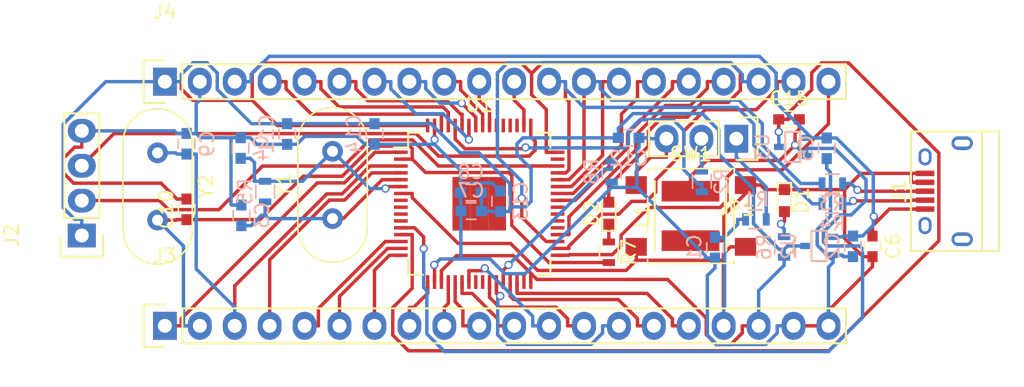
<source format=kicad_pcb>
(kicad_pcb (version 4) (host pcbnew 4.0.7)

  (general
    (links 115)
    (no_connects 0)
    (area 132.6598 128.545 207.5002 156.93381)
    (thickness 1.6)
    (drawings 0)
    (tracks 650)
    (zones 0)
    (modules 37)
    (nets 52)
  )

  (page A4)
  (layers
    (0 F.Cu signal)
    (31 B.Cu signal)
    (32 B.Adhes user)
    (33 F.Adhes user)
    (34 B.Paste user)
    (35 F.Paste user)
    (36 B.SilkS user)
    (37 F.SilkS user)
    (38 B.Mask user)
    (39 F.Mask user)
    (40 Dwgs.User user)
    (41 Cmts.User user)
    (42 Eco1.User user)
    (43 Eco2.User user)
    (44 Edge.Cuts user)
    (45 Margin user)
    (46 B.CrtYd user)
    (47 F.CrtYd user)
    (48 B.Fab user)
    (49 F.Fab user)
  )

  (setup
    (last_trace_width 0.25)
    (trace_clearance 0.2)
    (zone_clearance 0.508)
    (zone_45_only no)
    (trace_min 0.2)
    (segment_width 0.2)
    (edge_width 0.15)
    (via_size 0.6)
    (via_drill 0.4)
    (via_min_size 0.4)
    (via_min_drill 0.3)
    (uvia_size 0.3)
    (uvia_drill 0.1)
    (uvias_allowed no)
    (uvia_min_size 0.2)
    (uvia_min_drill 0.1)
    (pcb_text_width 0.3)
    (pcb_text_size 1.5 1.5)
    (mod_edge_width 0.15)
    (mod_text_size 1 1)
    (mod_text_width 0.15)
    (pad_size 1.3 1.3)
    (pad_drill 0)
    (pad_to_mask_clearance 0.2)
    (aux_axis_origin 0 0)
    (visible_elements 7FFFFFFF)
    (pcbplotparams
      (layerselection 0x00030_80000001)
      (usegerberextensions false)
      (excludeedgelayer true)
      (linewidth 0.050000)
      (plotframeref false)
      (viasonmask false)
      (mode 1)
      (useauxorigin false)
      (hpglpennumber 1)
      (hpglpenspeed 20)
      (hpglpendiameter 15)
      (hpglpenoverlay 2)
      (psnegative false)
      (psa4output false)
      (plotreference true)
      (plotvalue true)
      (plotinvisibletext false)
      (padsonsilk false)
      (subtractmaskfromsilk false)
      (outputformat 1)
      (mirror false)
      (drillshape 1)
      (scaleselection 1)
      (outputdirectory ""))
  )

  (net 0 "")
  (net 1 GND)
  (net 2 /NRST)
  (net 3 +5V)
  (net 4 /OSCIN)
  (net 5 /OSCOUT)
  (net 6 +3V3)
  (net 7 /PC14)
  (net 8 /PC13)
  (net 9 GNDA)
  (net 10 "Net-(D1-Pad2)")
  (net 11 "Net-(D2-Pad1)")
  (net 12 "Net-(J1-Pad2)")
  (net 13 "Net-(J1-Pad3)")
  (net 14 /VBAT)
  (net 15 /PC15)
  (net 16 /PA0)
  (net 17 /PA1)
  (net 18 /PA2)
  (net 19 /PA3)
  (net 20 /PA4)
  (net 21 /PA5)
  (net 22 /PA6)
  (net 23 /PA7)
  (net 24 /PB0)
  (net 25 /PB1)
  (net 26 /PB10)
  (net 27 /PB11)
  (net 28 /PB9)
  (net 29 /PB8)
  (net 30 /PB7)
  (net 31 /PB6)
  (net 32 /PB5)
  (net 33 /PB4)
  (net 34 /PB3)
  (net 35 /PA15)
  (net 36 /PA12)
  (net 37 /PA11)
  (net 38 /PA10)
  (net 39 /PA9)
  (net 40 /PA8)
  (net 41 /PB15)
  (net 42 /PB14)
  (net 43 /PB13)
  (net 44 /PB12)
  (net 45 "Net-(JP1-Pad1)")
  (net 46 "Net-(JP1-Pad2)")
  (net 47 /BOOT0)
  (net 48 /PB2)
  (net 49 /VCCA3V3)
  (net 50 /PA13)
  (net 51 /PA14)

  (net_class Default "This is the default net class."
    (clearance 0.2)
    (trace_width 0.25)
    (via_dia 0.6)
    (via_drill 0.4)
    (uvia_dia 0.3)
    (uvia_drill 0.1)
    (add_net +3V3)
    (add_net +5V)
    (add_net /BOOT0)
    (add_net /NRST)
    (add_net /OSCIN)
    (add_net /OSCOUT)
    (add_net /PA0)
    (add_net /PA1)
    (add_net /PA10)
    (add_net /PA11)
    (add_net /PA12)
    (add_net /PA13)
    (add_net /PA14)
    (add_net /PA15)
    (add_net /PA2)
    (add_net /PA3)
    (add_net /PA4)
    (add_net /PA5)
    (add_net /PA6)
    (add_net /PA7)
    (add_net /PA8)
    (add_net /PA9)
    (add_net /PB0)
    (add_net /PB1)
    (add_net /PB10)
    (add_net /PB11)
    (add_net /PB12)
    (add_net /PB13)
    (add_net /PB14)
    (add_net /PB15)
    (add_net /PB2)
    (add_net /PB3)
    (add_net /PB4)
    (add_net /PB5)
    (add_net /PB6)
    (add_net /PB7)
    (add_net /PB8)
    (add_net /PB9)
    (add_net /PC13)
    (add_net /PC14)
    (add_net /PC15)
    (add_net /VBAT)
    (add_net /VCCA3V3)
    (add_net GND)
    (add_net GNDA)
    (add_net "Net-(D1-Pad2)")
    (add_net "Net-(D2-Pad1)")
    (add_net "Net-(J1-Pad2)")
    (add_net "Net-(J1-Pad3)")
    (add_net "Net-(JP1-Pad1)")
    (add_net "Net-(JP1-Pad2)")
  )

  (module Capacitors_SMD:C_0603 (layer B.Cu) (tedit 59958EE7) (tstamp 59D639F4)
    (at 184.785 146.71 270)
    (descr "Capacitor SMD 0603, reflow soldering, AVX (see smccp.pdf)")
    (tags "capacitor 0603")
    (path /59CDFB3E)
    (attr smd)
    (fp_text reference C1 (at 0 1.5 270) (layer B.SilkS)
      (effects (font (size 1 1) (thickness 0.15)) (justify mirror))
    )
    (fp_text value 1u (at 0 -1.5 270) (layer B.Fab)
      (effects (font (size 1 1) (thickness 0.15)) (justify mirror))
    )
    (fp_line (start 1.4 -0.65) (end -1.4 -0.65) (layer B.CrtYd) (width 0.05))
    (fp_line (start 1.4 -0.65) (end 1.4 0.65) (layer B.CrtYd) (width 0.05))
    (fp_line (start -1.4 0.65) (end -1.4 -0.65) (layer B.CrtYd) (width 0.05))
    (fp_line (start -1.4 0.65) (end 1.4 0.65) (layer B.CrtYd) (width 0.05))
    (fp_line (start 0.35 -0.6) (end -0.35 -0.6) (layer B.SilkS) (width 0.12))
    (fp_line (start -0.35 0.6) (end 0.35 0.6) (layer B.SilkS) (width 0.12))
    (fp_line (start -0.8 0.4) (end 0.8 0.4) (layer B.Fab) (width 0.1))
    (fp_line (start 0.8 0.4) (end 0.8 -0.4) (layer B.Fab) (width 0.1))
    (fp_line (start 0.8 -0.4) (end -0.8 -0.4) (layer B.Fab) (width 0.1))
    (fp_line (start -0.8 -0.4) (end -0.8 0.4) (layer B.Fab) (width 0.1))
    (fp_text user %R (at 0 0 270) (layer B.Fab)
      (effects (font (size 0.3 0.3) (thickness 0.075)) (justify mirror))
    )
    (pad 2 smd rect (at 0.75 0 270) (size 0.8 0.75) (layers B.Cu B.Paste B.Mask)
      (net 1 GND))
    (pad 1 smd rect (at -0.75 0 270) (size 0.8 0.75) (layers B.Cu B.Paste B.Mask)
      (net 2 /NRST))
    (model Capacitors_SMD.3dshapes/C_0603.wrl
      (at (xyz 0 0 0))
      (scale (xyz 1 1 1))
      (rotate (xyz 0 0 0))
    )
  )

  (module Capacitors_SMD:C_0603 (layer B.Cu) (tedit 59958EE7) (tstamp 59D639FA)
    (at 194.818 146.609 270)
    (descr "Capacitor SMD 0603, reflow soldering, AVX (see smccp.pdf)")
    (tags "capacitor 0603")
    (path /59CE0DB3)
    (attr smd)
    (fp_text reference C2 (at 0 1.5 270) (layer B.SilkS)
      (effects (font (size 1 1) (thickness 0.15)) (justify mirror))
    )
    (fp_text value 1u (at 0 -1.5 270) (layer B.Fab)
      (effects (font (size 1 1) (thickness 0.15)) (justify mirror))
    )
    (fp_line (start 1.4 -0.65) (end -1.4 -0.65) (layer B.CrtYd) (width 0.05))
    (fp_line (start 1.4 -0.65) (end 1.4 0.65) (layer B.CrtYd) (width 0.05))
    (fp_line (start -1.4 0.65) (end -1.4 -0.65) (layer B.CrtYd) (width 0.05))
    (fp_line (start -1.4 0.65) (end 1.4 0.65) (layer B.CrtYd) (width 0.05))
    (fp_line (start 0.35 -0.6) (end -0.35 -0.6) (layer B.SilkS) (width 0.12))
    (fp_line (start -0.35 0.6) (end 0.35 0.6) (layer B.SilkS) (width 0.12))
    (fp_line (start -0.8 0.4) (end 0.8 0.4) (layer B.Fab) (width 0.1))
    (fp_line (start 0.8 0.4) (end 0.8 -0.4) (layer B.Fab) (width 0.1))
    (fp_line (start 0.8 -0.4) (end -0.8 -0.4) (layer B.Fab) (width 0.1))
    (fp_line (start -0.8 -0.4) (end -0.8 0.4) (layer B.Fab) (width 0.1))
    (fp_text user %R (at 0 0 270) (layer B.Fab)
      (effects (font (size 0.3 0.3) (thickness 0.075)) (justify mirror))
    )
    (pad 2 smd rect (at 0.75 0 270) (size 0.8 0.75) (layers B.Cu B.Paste B.Mask)
      (net 1 GND))
    (pad 1 smd rect (at -0.75 0 270) (size 0.8 0.75) (layers B.Cu B.Paste B.Mask)
      (net 3 +5V))
    (model Capacitors_SMD.3dshapes/C_0603.wrl
      (at (xyz 0 0 0))
      (scale (xyz 1 1 1))
      (rotate (xyz 0 0 0))
    )
  )

  (module Capacitors_SMD:C_0603 (layer B.Cu) (tedit 59958EE7) (tstamp 59D63A00)
    (at 150.343 144.353 90)
    (descr "Capacitor SMD 0603, reflow soldering, AVX (see smccp.pdf)")
    (tags "capacitor 0603")
    (path /59CE573A)
    (attr smd)
    (fp_text reference C3 (at 0 1.5 90) (layer B.SilkS)
      (effects (font (size 1 1) (thickness 0.15)) (justify mirror))
    )
    (fp_text value 20p (at 0 -1.5 90) (layer B.Fab)
      (effects (font (size 1 1) (thickness 0.15)) (justify mirror))
    )
    (fp_line (start 1.4 -0.65) (end -1.4 -0.65) (layer B.CrtYd) (width 0.05))
    (fp_line (start 1.4 -0.65) (end 1.4 0.65) (layer B.CrtYd) (width 0.05))
    (fp_line (start -1.4 0.65) (end -1.4 -0.65) (layer B.CrtYd) (width 0.05))
    (fp_line (start -1.4 0.65) (end 1.4 0.65) (layer B.CrtYd) (width 0.05))
    (fp_line (start 0.35 -0.6) (end -0.35 -0.6) (layer B.SilkS) (width 0.12))
    (fp_line (start -0.35 0.6) (end 0.35 0.6) (layer B.SilkS) (width 0.12))
    (fp_line (start -0.8 0.4) (end 0.8 0.4) (layer B.Fab) (width 0.1))
    (fp_line (start 0.8 0.4) (end 0.8 -0.4) (layer B.Fab) (width 0.1))
    (fp_line (start 0.8 -0.4) (end -0.8 -0.4) (layer B.Fab) (width 0.1))
    (fp_line (start -0.8 -0.4) (end -0.8 0.4) (layer B.Fab) (width 0.1))
    (fp_text user %R (at 0 0 90) (layer B.Fab)
      (effects (font (size 0.3 0.3) (thickness 0.075)) (justify mirror))
    )
    (pad 2 smd rect (at 0.75 0 90) (size 0.8 0.75) (layers B.Cu B.Paste B.Mask)
      (net 1 GND))
    (pad 1 smd rect (at -0.75 0 90) (size 0.8 0.75) (layers B.Cu B.Paste B.Mask)
      (net 4 /OSCIN))
    (model Capacitors_SMD.3dshapes/C_0603.wrl
      (at (xyz 0 0 0))
      (scale (xyz 1 1 1))
      (rotate (xyz 0 0 0))
    )
  )

  (module Capacitors_SMD:C_0603 (layer B.Cu) (tedit 59958EE7) (tstamp 59D63A06)
    (at 150.287 139.451 90)
    (descr "Capacitor SMD 0603, reflow soldering, AVX (see smccp.pdf)")
    (tags "capacitor 0603")
    (path /59CE57F0)
    (attr smd)
    (fp_text reference C4 (at 0 1.5 90) (layer B.SilkS)
      (effects (font (size 1 1) (thickness 0.15)) (justify mirror))
    )
    (fp_text value 20p (at 0 -1.5 90) (layer B.Fab)
      (effects (font (size 1 1) (thickness 0.15)) (justify mirror))
    )
    (fp_line (start 1.4 -0.65) (end -1.4 -0.65) (layer B.CrtYd) (width 0.05))
    (fp_line (start 1.4 -0.65) (end 1.4 0.65) (layer B.CrtYd) (width 0.05))
    (fp_line (start -1.4 0.65) (end -1.4 -0.65) (layer B.CrtYd) (width 0.05))
    (fp_line (start -1.4 0.65) (end 1.4 0.65) (layer B.CrtYd) (width 0.05))
    (fp_line (start 0.35 -0.6) (end -0.35 -0.6) (layer B.SilkS) (width 0.12))
    (fp_line (start -0.35 0.6) (end 0.35 0.6) (layer B.SilkS) (width 0.12))
    (fp_line (start -0.8 0.4) (end 0.8 0.4) (layer B.Fab) (width 0.1))
    (fp_line (start 0.8 0.4) (end 0.8 -0.4) (layer B.Fab) (width 0.1))
    (fp_line (start 0.8 -0.4) (end -0.8 -0.4) (layer B.Fab) (width 0.1))
    (fp_line (start -0.8 -0.4) (end -0.8 0.4) (layer B.Fab) (width 0.1))
    (fp_text user %R (at 0 0 90) (layer B.Fab)
      (effects (font (size 0.3 0.3) (thickness 0.075)) (justify mirror))
    )
    (pad 2 smd rect (at 0.75 0 90) (size 0.8 0.75) (layers B.Cu B.Paste B.Mask)
      (net 1 GND))
    (pad 1 smd rect (at -0.75 0 90) (size 0.8 0.75) (layers B.Cu B.Paste B.Mask)
      (net 5 /OSCOUT))
    (model Capacitors_SMD.3dshapes/C_0603.wrl
      (at (xyz 0 0 0))
      (scale (xyz 1 1 1))
      (rotate (xyz 0 0 0))
    )
  )

  (module Capacitors_SMD:C_0603 (layer B.Cu) (tedit 59958EE7) (tstamp 59D63A0C)
    (at 192.913 139.471 270)
    (descr "Capacitor SMD 0603, reflow soldering, AVX (see smccp.pdf)")
    (tags "capacitor 0603")
    (path /59CE0E1D)
    (attr smd)
    (fp_text reference C5 (at 0 1.5 270) (layer B.SilkS)
      (effects (font (size 1 1) (thickness 0.15)) (justify mirror))
    )
    (fp_text value 100n (at 0 -1.5 270) (layer B.Fab)
      (effects (font (size 1 1) (thickness 0.15)) (justify mirror))
    )
    (fp_line (start 1.4 -0.65) (end -1.4 -0.65) (layer B.CrtYd) (width 0.05))
    (fp_line (start 1.4 -0.65) (end 1.4 0.65) (layer B.CrtYd) (width 0.05))
    (fp_line (start -1.4 0.65) (end -1.4 -0.65) (layer B.CrtYd) (width 0.05))
    (fp_line (start -1.4 0.65) (end 1.4 0.65) (layer B.CrtYd) (width 0.05))
    (fp_line (start 0.35 -0.6) (end -0.35 -0.6) (layer B.SilkS) (width 0.12))
    (fp_line (start -0.35 0.6) (end 0.35 0.6) (layer B.SilkS) (width 0.12))
    (fp_line (start -0.8 0.4) (end 0.8 0.4) (layer B.Fab) (width 0.1))
    (fp_line (start 0.8 0.4) (end 0.8 -0.4) (layer B.Fab) (width 0.1))
    (fp_line (start 0.8 -0.4) (end -0.8 -0.4) (layer B.Fab) (width 0.1))
    (fp_line (start -0.8 -0.4) (end -0.8 0.4) (layer B.Fab) (width 0.1))
    (fp_text user %R (at 0 0 270) (layer B.Fab)
      (effects (font (size 0.3 0.3) (thickness 0.075)) (justify mirror))
    )
    (pad 2 smd rect (at 0.75 0 270) (size 0.8 0.75) (layers B.Cu B.Paste B.Mask)
      (net 1 GND))
    (pad 1 smd rect (at -0.75 0 270) (size 0.8 0.75) (layers B.Cu B.Paste B.Mask)
      (net 3 +5V))
    (model Capacitors_SMD.3dshapes/C_0603.wrl
      (at (xyz 0 0 0))
      (scale (xyz 1 1 1))
      (rotate (xyz 0 0 0))
    )
  )

  (module Capacitors_SMD:C_0603 (layer F.Cu) (tedit 59958EE7) (tstamp 59D63A12)
    (at 196.24 146.609 270)
    (descr "Capacitor SMD 0603, reflow soldering, AVX (see smccp.pdf)")
    (tags "capacitor 0603")
    (path /59CE0E4E)
    (attr smd)
    (fp_text reference C6 (at 0 -1.5 270) (layer F.SilkS)
      (effects (font (size 1 1) (thickness 0.15)))
    )
    (fp_text value 22n (at 0 1.5 270) (layer F.Fab)
      (effects (font (size 1 1) (thickness 0.15)))
    )
    (fp_line (start 1.4 0.65) (end -1.4 0.65) (layer F.CrtYd) (width 0.05))
    (fp_line (start 1.4 0.65) (end 1.4 -0.65) (layer F.CrtYd) (width 0.05))
    (fp_line (start -1.4 -0.65) (end -1.4 0.65) (layer F.CrtYd) (width 0.05))
    (fp_line (start -1.4 -0.65) (end 1.4 -0.65) (layer F.CrtYd) (width 0.05))
    (fp_line (start 0.35 0.6) (end -0.35 0.6) (layer F.SilkS) (width 0.12))
    (fp_line (start -0.35 -0.6) (end 0.35 -0.6) (layer F.SilkS) (width 0.12))
    (fp_line (start -0.8 -0.4) (end 0.8 -0.4) (layer F.Fab) (width 0.1))
    (fp_line (start 0.8 -0.4) (end 0.8 0.4) (layer F.Fab) (width 0.1))
    (fp_line (start 0.8 0.4) (end -0.8 0.4) (layer F.Fab) (width 0.1))
    (fp_line (start -0.8 0.4) (end -0.8 -0.4) (layer F.Fab) (width 0.1))
    (fp_text user %R (at 0 0 270) (layer F.Fab)
      (effects (font (size 0.3 0.3) (thickness 0.075)))
    )
    (pad 2 smd rect (at 0.75 0 270) (size 0.8 0.75) (layers F.Cu F.Paste F.Mask)
      (net 1 GND))
    (pad 1 smd rect (at -0.75 0 270) (size 0.8 0.75) (layers F.Cu F.Paste F.Mask)
      (net 3 +5V))
    (model Capacitors_SMD.3dshapes/C_0603.wrl
      (at (xyz 0 0 0))
      (scale (xyz 1 1 1))
      (rotate (xyz 0 0 0))
    )
  )

  (module Capacitors_SMD:C_0603 (layer B.Cu) (tedit 59958EE7) (tstamp 59D63A18)
    (at 167.056 144.043 180)
    (descr "Capacitor SMD 0603, reflow soldering, AVX (see smccp.pdf)")
    (tags "capacitor 0603")
    (path /59CE107E)
    (attr smd)
    (fp_text reference C7 (at 0 1.5 180) (layer B.SilkS)
      (effects (font (size 1 1) (thickness 0.15)) (justify mirror))
    )
    (fp_text value 10u (at 0 -1.5 180) (layer B.Fab)
      (effects (font (size 1 1) (thickness 0.15)) (justify mirror))
    )
    (fp_line (start 1.4 -0.65) (end -1.4 -0.65) (layer B.CrtYd) (width 0.05))
    (fp_line (start 1.4 -0.65) (end 1.4 0.65) (layer B.CrtYd) (width 0.05))
    (fp_line (start -1.4 0.65) (end -1.4 -0.65) (layer B.CrtYd) (width 0.05))
    (fp_line (start -1.4 0.65) (end 1.4 0.65) (layer B.CrtYd) (width 0.05))
    (fp_line (start 0.35 -0.6) (end -0.35 -0.6) (layer B.SilkS) (width 0.12))
    (fp_line (start -0.35 0.6) (end 0.35 0.6) (layer B.SilkS) (width 0.12))
    (fp_line (start -0.8 0.4) (end 0.8 0.4) (layer B.Fab) (width 0.1))
    (fp_line (start 0.8 0.4) (end 0.8 -0.4) (layer B.Fab) (width 0.1))
    (fp_line (start 0.8 -0.4) (end -0.8 -0.4) (layer B.Fab) (width 0.1))
    (fp_line (start -0.8 -0.4) (end -0.8 0.4) (layer B.Fab) (width 0.1))
    (fp_text user %R (at 0 0 180) (layer B.Fab)
      (effects (font (size 0.3 0.3) (thickness 0.075)) (justify mirror))
    )
    (pad 2 smd rect (at 0.75 0 180) (size 0.8 0.75) (layers B.Cu B.Paste B.Mask)
      (net 1 GND))
    (pad 1 smd rect (at -0.75 0 180) (size 0.8 0.75) (layers B.Cu B.Paste B.Mask)
      (net 6 +3V3))
    (model Capacitors_SMD.3dshapes/C_0603.wrl
      (at (xyz 0 0 0))
      (scale (xyz 1 1 1))
      (rotate (xyz 0 0 0))
    )
  )

  (module Capacitors_SMD:C_0603 (layer B.Cu) (tedit 59958EE7) (tstamp 59D63A1E)
    (at 167.03 142.697 180)
    (descr "Capacitor SMD 0603, reflow soldering, AVX (see smccp.pdf)")
    (tags "capacitor 0603")
    (path /59CE10E3)
    (attr smd)
    (fp_text reference C8 (at 0 1.5 180) (layer B.SilkS)
      (effects (font (size 1 1) (thickness 0.15)) (justify mirror))
    )
    (fp_text value 100n (at 0 -1.5 180) (layer B.Fab)
      (effects (font (size 1 1) (thickness 0.15)) (justify mirror))
    )
    (fp_line (start 1.4 -0.65) (end -1.4 -0.65) (layer B.CrtYd) (width 0.05))
    (fp_line (start 1.4 -0.65) (end 1.4 0.65) (layer B.CrtYd) (width 0.05))
    (fp_line (start -1.4 0.65) (end -1.4 -0.65) (layer B.CrtYd) (width 0.05))
    (fp_line (start -1.4 0.65) (end 1.4 0.65) (layer B.CrtYd) (width 0.05))
    (fp_line (start 0.35 -0.6) (end -0.35 -0.6) (layer B.SilkS) (width 0.12))
    (fp_line (start -0.35 0.6) (end 0.35 0.6) (layer B.SilkS) (width 0.12))
    (fp_line (start -0.8 0.4) (end 0.8 0.4) (layer B.Fab) (width 0.1))
    (fp_line (start 0.8 0.4) (end 0.8 -0.4) (layer B.Fab) (width 0.1))
    (fp_line (start 0.8 -0.4) (end -0.8 -0.4) (layer B.Fab) (width 0.1))
    (fp_line (start -0.8 -0.4) (end -0.8 0.4) (layer B.Fab) (width 0.1))
    (fp_text user %R (at 0 0 180) (layer B.Fab)
      (effects (font (size 0.3 0.3) (thickness 0.075)) (justify mirror))
    )
    (pad 2 smd rect (at 0.75 0 180) (size 0.8 0.75) (layers B.Cu B.Paste B.Mask)
      (net 1 GND))
    (pad 1 smd rect (at -0.75 0 180) (size 0.8 0.75) (layers B.Cu B.Paste B.Mask)
      (net 6 +3V3))
    (model Capacitors_SMD.3dshapes/C_0603.wrl
      (at (xyz 0 0 0))
      (scale (xyz 1 1 1))
      (rotate (xyz 0 0 0))
    )
  )

  (module Capacitors_SMD:C_0603 (layer B.Cu) (tedit 59958EE7) (tstamp 59D63A24)
    (at 146.355 139.141 90)
    (descr "Capacitor SMD 0603, reflow soldering, AVX (see smccp.pdf)")
    (tags "capacitor 0603")
    (path /59CECC57)
    (attr smd)
    (fp_text reference C9 (at 0 1.5 90) (layer B.SilkS)
      (effects (font (size 1 1) (thickness 0.15)) (justify mirror))
    )
    (fp_text value 20p (at 0 -1.5 90) (layer B.Fab)
      (effects (font (size 1 1) (thickness 0.15)) (justify mirror))
    )
    (fp_line (start 1.4 -0.65) (end -1.4 -0.65) (layer B.CrtYd) (width 0.05))
    (fp_line (start 1.4 -0.65) (end 1.4 0.65) (layer B.CrtYd) (width 0.05))
    (fp_line (start -1.4 0.65) (end -1.4 -0.65) (layer B.CrtYd) (width 0.05))
    (fp_line (start -1.4 0.65) (end 1.4 0.65) (layer B.CrtYd) (width 0.05))
    (fp_line (start 0.35 -0.6) (end -0.35 -0.6) (layer B.SilkS) (width 0.12))
    (fp_line (start -0.35 0.6) (end 0.35 0.6) (layer B.SilkS) (width 0.12))
    (fp_line (start -0.8 0.4) (end 0.8 0.4) (layer B.Fab) (width 0.1))
    (fp_line (start 0.8 0.4) (end 0.8 -0.4) (layer B.Fab) (width 0.1))
    (fp_line (start 0.8 -0.4) (end -0.8 -0.4) (layer B.Fab) (width 0.1))
    (fp_line (start -0.8 -0.4) (end -0.8 0.4) (layer B.Fab) (width 0.1))
    (fp_text user %R (at 0 0 90) (layer B.Fab)
      (effects (font (size 0.3 0.3) (thickness 0.075)) (justify mirror))
    )
    (pad 2 smd rect (at 0.75 0 90) (size 0.8 0.75) (layers B.Cu B.Paste B.Mask)
      (net 1 GND))
    (pad 1 smd rect (at -0.75 0 90) (size 0.8 0.75) (layers B.Cu B.Paste B.Mask)
      (net 7 /PC14))
    (model Capacitors_SMD.3dshapes/C_0603.wrl
      (at (xyz 0 0 0))
      (scale (xyz 1 1 1))
      (rotate (xyz 0 0 0))
    )
  )

  (module Capacitors_SMD:C_0603 (layer F.Cu) (tedit 59958EE7) (tstamp 59D63A2A)
    (at 146.355 143.916 90)
    (descr "Capacitor SMD 0603, reflow soldering, AVX (see smccp.pdf)")
    (tags "capacitor 0603")
    (path /59CECD0C)
    (attr smd)
    (fp_text reference C10 (at 0 -1.5 90) (layer F.SilkS)
      (effects (font (size 1 1) (thickness 0.15)))
    )
    (fp_text value 20p (at 0 1.5 90) (layer F.Fab)
      (effects (font (size 1 1) (thickness 0.15)))
    )
    (fp_line (start 1.4 0.65) (end -1.4 0.65) (layer F.CrtYd) (width 0.05))
    (fp_line (start 1.4 0.65) (end 1.4 -0.65) (layer F.CrtYd) (width 0.05))
    (fp_line (start -1.4 -0.65) (end -1.4 0.65) (layer F.CrtYd) (width 0.05))
    (fp_line (start -1.4 -0.65) (end 1.4 -0.65) (layer F.CrtYd) (width 0.05))
    (fp_line (start 0.35 0.6) (end -0.35 0.6) (layer F.SilkS) (width 0.12))
    (fp_line (start -0.35 -0.6) (end 0.35 -0.6) (layer F.SilkS) (width 0.12))
    (fp_line (start -0.8 -0.4) (end 0.8 -0.4) (layer F.Fab) (width 0.1))
    (fp_line (start 0.8 -0.4) (end 0.8 0.4) (layer F.Fab) (width 0.1))
    (fp_line (start 0.8 0.4) (end -0.8 0.4) (layer F.Fab) (width 0.1))
    (fp_line (start -0.8 0.4) (end -0.8 -0.4) (layer F.Fab) (width 0.1))
    (fp_text user %R (at 0 0 90) (layer F.Fab)
      (effects (font (size 0.3 0.3) (thickness 0.075)))
    )
    (pad 2 smd rect (at 0.75 0 90) (size 0.8 0.75) (layers F.Cu F.Paste F.Mask)
      (net 1 GND))
    (pad 1 smd rect (at -0.75 0 90) (size 0.8 0.75) (layers F.Cu F.Paste F.Mask)
      (net 8 /PC13))
    (model Capacitors_SMD.3dshapes/C_0603.wrl
      (at (xyz 0 0 0))
      (scale (xyz 1 1 1))
      (rotate (xyz 0 0 0))
    )
  )

  (module Capacitors_SMD:C_0603 (layer B.Cu) (tedit 59958EE7) (tstamp 59D63A30)
    (at 153.67 138.43 270)
    (descr "Capacitor SMD 0603, reflow soldering, AVX (see smccp.pdf)")
    (tags "capacitor 0603")
    (path /59CE4E72)
    (attr smd)
    (fp_text reference C11 (at 0 1.5 270) (layer B.SilkS)
      (effects (font (size 1 1) (thickness 0.15)) (justify mirror))
    )
    (fp_text value 100n (at 0 -1.5 270) (layer B.Fab)
      (effects (font (size 1 1) (thickness 0.15)) (justify mirror))
    )
    (fp_line (start 1.4 -0.65) (end -1.4 -0.65) (layer B.CrtYd) (width 0.05))
    (fp_line (start 1.4 -0.65) (end 1.4 0.65) (layer B.CrtYd) (width 0.05))
    (fp_line (start -1.4 0.65) (end -1.4 -0.65) (layer B.CrtYd) (width 0.05))
    (fp_line (start -1.4 0.65) (end 1.4 0.65) (layer B.CrtYd) (width 0.05))
    (fp_line (start 0.35 -0.6) (end -0.35 -0.6) (layer B.SilkS) (width 0.12))
    (fp_line (start -0.35 0.6) (end 0.35 0.6) (layer B.SilkS) (width 0.12))
    (fp_line (start -0.8 0.4) (end 0.8 0.4) (layer B.Fab) (width 0.1))
    (fp_line (start 0.8 0.4) (end 0.8 -0.4) (layer B.Fab) (width 0.1))
    (fp_line (start 0.8 -0.4) (end -0.8 -0.4) (layer B.Fab) (width 0.1))
    (fp_line (start -0.8 -0.4) (end -0.8 0.4) (layer B.Fab) (width 0.1))
    (fp_text user %R (at 0 0 270) (layer B.Fab)
      (effects (font (size 0.3 0.3) (thickness 0.075)) (justify mirror))
    )
    (pad 2 smd rect (at 0.75 0 270) (size 0.8 0.75) (layers B.Cu B.Paste B.Mask)
      (net 1 GND))
    (pad 1 smd rect (at -0.75 0 270) (size 0.8 0.75) (layers B.Cu B.Paste B.Mask)
      (net 6 +3V3))
    (model Capacitors_SMD.3dshapes/C_0603.wrl
      (at (xyz 0 0 0))
      (scale (xyz 1 1 1))
      (rotate (xyz 0 0 0))
    )
  )

  (module Capacitors_SMD:C_0603 (layer B.Cu) (tedit 59958EE7) (tstamp 59D63A36)
    (at 178.511 138.709)
    (descr "Capacitor SMD 0603, reflow soldering, AVX (see smccp.pdf)")
    (tags "capacitor 0603")
    (path /59CE4EC4)
    (attr smd)
    (fp_text reference C12 (at 0 1.5) (layer B.SilkS)
      (effects (font (size 1 1) (thickness 0.15)) (justify mirror))
    )
    (fp_text value 100n (at 0 -1.5) (layer B.Fab)
      (effects (font (size 1 1) (thickness 0.15)) (justify mirror))
    )
    (fp_line (start 1.4 -0.65) (end -1.4 -0.65) (layer B.CrtYd) (width 0.05))
    (fp_line (start 1.4 -0.65) (end 1.4 0.65) (layer B.CrtYd) (width 0.05))
    (fp_line (start -1.4 0.65) (end -1.4 -0.65) (layer B.CrtYd) (width 0.05))
    (fp_line (start -1.4 0.65) (end 1.4 0.65) (layer B.CrtYd) (width 0.05))
    (fp_line (start 0.35 -0.6) (end -0.35 -0.6) (layer B.SilkS) (width 0.12))
    (fp_line (start -0.35 0.6) (end 0.35 0.6) (layer B.SilkS) (width 0.12))
    (fp_line (start -0.8 0.4) (end 0.8 0.4) (layer B.Fab) (width 0.1))
    (fp_line (start 0.8 0.4) (end 0.8 -0.4) (layer B.Fab) (width 0.1))
    (fp_line (start 0.8 -0.4) (end -0.8 -0.4) (layer B.Fab) (width 0.1))
    (fp_line (start -0.8 -0.4) (end -0.8 0.4) (layer B.Fab) (width 0.1))
    (fp_text user %R (at 0 0) (layer B.Fab)
      (effects (font (size 0.3 0.3) (thickness 0.075)) (justify mirror))
    )
    (pad 2 smd rect (at 0.75 0) (size 0.8 0.75) (layers B.Cu B.Paste B.Mask)
      (net 1 GND))
    (pad 1 smd rect (at -0.75 0) (size 0.8 0.75) (layers B.Cu B.Paste B.Mask)
      (net 6 +3V3))
    (model Capacitors_SMD.3dshapes/C_0603.wrl
      (at (xyz 0 0 0))
      (scale (xyz 1 1 1))
      (rotate (xyz 0 0 0))
    )
  )

  (module Capacitors_SMD:C_0603 (layer B.Cu) (tedit 59958EE7) (tstamp 59D63A3C)
    (at 169.164 143.332 90)
    (descr "Capacitor SMD 0603, reflow soldering, AVX (see smccp.pdf)")
    (tags "capacitor 0603")
    (path /59CE4F17)
    (attr smd)
    (fp_text reference C13 (at 0 1.5 90) (layer B.SilkS)
      (effects (font (size 1 1) (thickness 0.15)) (justify mirror))
    )
    (fp_text value 100n (at 0 -1.5 90) (layer B.Fab)
      (effects (font (size 1 1) (thickness 0.15)) (justify mirror))
    )
    (fp_line (start 1.4 -0.65) (end -1.4 -0.65) (layer B.CrtYd) (width 0.05))
    (fp_line (start 1.4 -0.65) (end 1.4 0.65) (layer B.CrtYd) (width 0.05))
    (fp_line (start -1.4 0.65) (end -1.4 -0.65) (layer B.CrtYd) (width 0.05))
    (fp_line (start -1.4 0.65) (end 1.4 0.65) (layer B.CrtYd) (width 0.05))
    (fp_line (start 0.35 -0.6) (end -0.35 -0.6) (layer B.SilkS) (width 0.12))
    (fp_line (start -0.35 0.6) (end 0.35 0.6) (layer B.SilkS) (width 0.12))
    (fp_line (start -0.8 0.4) (end 0.8 0.4) (layer B.Fab) (width 0.1))
    (fp_line (start 0.8 0.4) (end 0.8 -0.4) (layer B.Fab) (width 0.1))
    (fp_line (start 0.8 -0.4) (end -0.8 -0.4) (layer B.Fab) (width 0.1))
    (fp_line (start -0.8 -0.4) (end -0.8 0.4) (layer B.Fab) (width 0.1))
    (fp_text user %R (at 0 0 90) (layer B.Fab)
      (effects (font (size 0.3 0.3) (thickness 0.075)) (justify mirror))
    )
    (pad 2 smd rect (at 0.75 0 90) (size 0.8 0.75) (layers B.Cu B.Paste B.Mask)
      (net 1 GND))
    (pad 1 smd rect (at -0.75 0 90) (size 0.8 0.75) (layers B.Cu B.Paste B.Mask)
      (net 6 +3V3))
    (model Capacitors_SMD.3dshapes/C_0603.wrl
      (at (xyz 0 0 0))
      (scale (xyz 1 1 1))
      (rotate (xyz 0 0 0))
    )
  )

  (module Capacitors_SMD:C_0603 (layer B.Cu) (tedit 59958EE7) (tstamp 59D63A42)
    (at 160.02 138.43 270)
    (descr "Capacitor SMD 0603, reflow soldering, AVX (see smccp.pdf)")
    (tags "capacitor 0603")
    (path /59CE4F9B)
    (attr smd)
    (fp_text reference C14 (at 0 1.5 270) (layer B.SilkS)
      (effects (font (size 1 1) (thickness 0.15)) (justify mirror))
    )
    (fp_text value 100n (at 0 -1.5 270) (layer B.Fab)
      (effects (font (size 1 1) (thickness 0.15)) (justify mirror))
    )
    (fp_line (start 1.4 -0.65) (end -1.4 -0.65) (layer B.CrtYd) (width 0.05))
    (fp_line (start 1.4 -0.65) (end 1.4 0.65) (layer B.CrtYd) (width 0.05))
    (fp_line (start -1.4 0.65) (end -1.4 -0.65) (layer B.CrtYd) (width 0.05))
    (fp_line (start -1.4 0.65) (end 1.4 0.65) (layer B.CrtYd) (width 0.05))
    (fp_line (start 0.35 -0.6) (end -0.35 -0.6) (layer B.SilkS) (width 0.12))
    (fp_line (start -0.35 0.6) (end 0.35 0.6) (layer B.SilkS) (width 0.12))
    (fp_line (start -0.8 0.4) (end 0.8 0.4) (layer B.Fab) (width 0.1))
    (fp_line (start 0.8 0.4) (end 0.8 -0.4) (layer B.Fab) (width 0.1))
    (fp_line (start 0.8 -0.4) (end -0.8 -0.4) (layer B.Fab) (width 0.1))
    (fp_line (start -0.8 -0.4) (end -0.8 0.4) (layer B.Fab) (width 0.1))
    (fp_text user %R (at 0 0 270) (layer B.Fab)
      (effects (font (size 0.3 0.3) (thickness 0.075)) (justify mirror))
    )
    (pad 2 smd rect (at 0.75 0 270) (size 0.8 0.75) (layers B.Cu B.Paste B.Mask)
      (net 1 GND))
    (pad 1 smd rect (at -0.75 0 270) (size 0.8 0.75) (layers B.Cu B.Paste B.Mask)
      (net 6 +3V3))
    (model Capacitors_SMD.3dshapes/C_0603.wrl
      (at (xyz 0 0 0))
      (scale (xyz 1 1 1))
      (rotate (xyz 0 0 0))
    )
  )

  (module Capacitors_SMD:C_0603 (layer F.Cu) (tedit 59958EE7) (tstamp 59D63A48)
    (at 190.17 137.363)
    (descr "Capacitor SMD 0603, reflow soldering, AVX (see smccp.pdf)")
    (tags "capacitor 0603")
    (path /59CF6FB9)
    (attr smd)
    (fp_text reference C15 (at 0 -1.5) (layer F.SilkS)
      (effects (font (size 1 1) (thickness 0.15)))
    )
    (fp_text value 10u (at 0 1.5) (layer F.Fab)
      (effects (font (size 1 1) (thickness 0.15)))
    )
    (fp_line (start 1.4 0.65) (end -1.4 0.65) (layer F.CrtYd) (width 0.05))
    (fp_line (start 1.4 0.65) (end 1.4 -0.65) (layer F.CrtYd) (width 0.05))
    (fp_line (start -1.4 -0.65) (end -1.4 0.65) (layer F.CrtYd) (width 0.05))
    (fp_line (start -1.4 -0.65) (end 1.4 -0.65) (layer F.CrtYd) (width 0.05))
    (fp_line (start 0.35 0.6) (end -0.35 0.6) (layer F.SilkS) (width 0.12))
    (fp_line (start -0.35 -0.6) (end 0.35 -0.6) (layer F.SilkS) (width 0.12))
    (fp_line (start -0.8 -0.4) (end 0.8 -0.4) (layer F.Fab) (width 0.1))
    (fp_line (start 0.8 -0.4) (end 0.8 0.4) (layer F.Fab) (width 0.1))
    (fp_line (start 0.8 0.4) (end -0.8 0.4) (layer F.Fab) (width 0.1))
    (fp_line (start -0.8 0.4) (end -0.8 -0.4) (layer F.Fab) (width 0.1))
    (fp_text user %R (at 0 0) (layer F.Fab)
      (effects (font (size 0.3 0.3) (thickness 0.075)))
    )
    (pad 2 smd rect (at 0.75 0) (size 0.8 0.75) (layers F.Cu F.Paste F.Mask)
      (net 9 GNDA))
    (pad 1 smd rect (at -0.75 0) (size 0.8 0.75) (layers F.Cu F.Paste F.Mask)
      (net 49 /VCCA3V3))
    (model Capacitors_SMD.3dshapes/C_0603.wrl
      (at (xyz 0 0 0))
      (scale (xyz 1 1 1))
      (rotate (xyz 0 0 0))
    )
  )

  (module LEDs:LED_0603 (layer F.Cu) (tedit 57FE93A5) (tstamp 59D63A4E)
    (at 189.84 143.281 270)
    (descr "LED 0603 smd package")
    (tags "LED led 0603 SMD smd SMT smt smdled SMDLED smtled SMTLED")
    (path /59CF360C)
    (attr smd)
    (fp_text reference D1 (at 0 -1.25 270) (layer F.SilkS)
      (effects (font (size 1 1) (thickness 0.15)))
    )
    (fp_text value LED (at 0 1.35 270) (layer F.Fab)
      (effects (font (size 1 1) (thickness 0.15)))
    )
    (fp_line (start -1.3 -0.5) (end -1.3 0.5) (layer F.SilkS) (width 0.12))
    (fp_line (start -0.2 -0.2) (end -0.2 0.2) (layer F.Fab) (width 0.1))
    (fp_line (start -0.15 0) (end 0.15 -0.2) (layer F.Fab) (width 0.1))
    (fp_line (start 0.15 0.2) (end -0.15 0) (layer F.Fab) (width 0.1))
    (fp_line (start 0.15 -0.2) (end 0.15 0.2) (layer F.Fab) (width 0.1))
    (fp_line (start 0.8 0.4) (end -0.8 0.4) (layer F.Fab) (width 0.1))
    (fp_line (start 0.8 -0.4) (end 0.8 0.4) (layer F.Fab) (width 0.1))
    (fp_line (start -0.8 -0.4) (end 0.8 -0.4) (layer F.Fab) (width 0.1))
    (fp_line (start -0.8 0.4) (end -0.8 -0.4) (layer F.Fab) (width 0.1))
    (fp_line (start -1.3 0.5) (end 0.8 0.5) (layer F.SilkS) (width 0.12))
    (fp_line (start -1.3 -0.5) (end 0.8 -0.5) (layer F.SilkS) (width 0.12))
    (fp_line (start 1.45 -0.65) (end 1.45 0.65) (layer F.CrtYd) (width 0.05))
    (fp_line (start 1.45 0.65) (end -1.45 0.65) (layer F.CrtYd) (width 0.05))
    (fp_line (start -1.45 0.65) (end -1.45 -0.65) (layer F.CrtYd) (width 0.05))
    (fp_line (start -1.45 -0.65) (end 1.45 -0.65) (layer F.CrtYd) (width 0.05))
    (pad 2 smd rect (at 0.8 0 90) (size 0.8 0.8) (layers F.Cu F.Paste F.Mask)
      (net 10 "Net-(D1-Pad2)"))
    (pad 1 smd rect (at -0.8 0 90) (size 0.8 0.8) (layers F.Cu F.Paste F.Mask)
      (net 1 GND))
    (model ${KISYS3DMOD}/LEDs.3dshapes/LED_0603.wrl
      (at (xyz 0 0 0))
      (scale (xyz 1 1 1))
      (rotate (xyz 0 0 180))
    )
  )

  (module LEDs:LED_0603 (layer F.Cu) (tedit 57FE93A5) (tstamp 59D63A54)
    (at 177.063 144.196 90)
    (descr "LED 0603 smd package")
    (tags "LED led 0603 SMD smd SMT smt smdled SMDLED smtled SMTLED")
    (path /59CE44AC)
    (attr smd)
    (fp_text reference D2 (at 0 -1.25 90) (layer F.SilkS)
      (effects (font (size 1 1) (thickness 0.15)))
    )
    (fp_text value LED (at 0 1.35 90) (layer F.Fab)
      (effects (font (size 1 1) (thickness 0.15)))
    )
    (fp_line (start -1.3 -0.5) (end -1.3 0.5) (layer F.SilkS) (width 0.12))
    (fp_line (start -0.2 -0.2) (end -0.2 0.2) (layer F.Fab) (width 0.1))
    (fp_line (start -0.15 0) (end 0.15 -0.2) (layer F.Fab) (width 0.1))
    (fp_line (start 0.15 0.2) (end -0.15 0) (layer F.Fab) (width 0.1))
    (fp_line (start 0.15 -0.2) (end 0.15 0.2) (layer F.Fab) (width 0.1))
    (fp_line (start 0.8 0.4) (end -0.8 0.4) (layer F.Fab) (width 0.1))
    (fp_line (start 0.8 -0.4) (end 0.8 0.4) (layer F.Fab) (width 0.1))
    (fp_line (start -0.8 -0.4) (end 0.8 -0.4) (layer F.Fab) (width 0.1))
    (fp_line (start -0.8 0.4) (end -0.8 -0.4) (layer F.Fab) (width 0.1))
    (fp_line (start -1.3 0.5) (end 0.8 0.5) (layer F.SilkS) (width 0.12))
    (fp_line (start -1.3 -0.5) (end 0.8 -0.5) (layer F.SilkS) (width 0.12))
    (fp_line (start 1.45 -0.65) (end 1.45 0.65) (layer F.CrtYd) (width 0.05))
    (fp_line (start 1.45 0.65) (end -1.45 0.65) (layer F.CrtYd) (width 0.05))
    (fp_line (start -1.45 0.65) (end -1.45 -0.65) (layer F.CrtYd) (width 0.05))
    (fp_line (start -1.45 -0.65) (end 1.45 -0.65) (layer F.CrtYd) (width 0.05))
    (pad 2 smd rect (at 0.8 0 270) (size 0.8 0.8) (layers F.Cu F.Paste F.Mask)
      (net 6 +3V3))
    (pad 1 smd rect (at -0.8 0 270) (size 0.8 0.8) (layers F.Cu F.Paste F.Mask)
      (net 11 "Net-(D2-Pad1)"))
    (model ${KISYS3DMOD}/LEDs.3dshapes/LED_0603.wrl
      (at (xyz 0 0 0))
      (scale (xyz 1 1 1))
      (rotate (xyz 0 0 180))
    )
  )

  (module Connect:USB_Micro-B (layer F.Cu) (tedit 5543E447) (tstamp 59D63A61)
    (at 201.625 142.596 90)
    (descr "Micro USB Type B Receptacle")
    (tags "USB USB_B USB_micro USB_OTG")
    (path /59CE159C)
    (attr smd)
    (fp_text reference J1 (at 0 -3.45 90) (layer F.SilkS)
      (effects (font (size 1 1) (thickness 0.15)))
    )
    (fp_text value USB_A (at 0 4.8 90) (layer F.Fab)
      (effects (font (size 1 1) (thickness 0.15)))
    )
    (fp_line (start -4.6 -2.8) (end 4.6 -2.8) (layer F.CrtYd) (width 0.05))
    (fp_line (start 4.6 -2.8) (end 4.6 4.05) (layer F.CrtYd) (width 0.05))
    (fp_line (start 4.6 4.05) (end -4.6 4.05) (layer F.CrtYd) (width 0.05))
    (fp_line (start -4.6 4.05) (end -4.6 -2.8) (layer F.CrtYd) (width 0.05))
    (fp_line (start -4.3509 3.81746) (end 4.3491 3.81746) (layer F.SilkS) (width 0.15))
    (fp_line (start -4.3509 -2.58754) (end 4.3491 -2.58754) (layer F.SilkS) (width 0.15))
    (fp_line (start 4.3491 -2.58754) (end 4.3491 3.81746) (layer F.SilkS) (width 0.15))
    (fp_line (start 4.3491 2.58746) (end -4.3509 2.58746) (layer F.SilkS) (width 0.15))
    (fp_line (start -4.3509 3.81746) (end -4.3509 -2.58754) (layer F.SilkS) (width 0.15))
    (pad 1 smd rect (at -1.3009 -1.56254 180) (size 1.35 0.4) (layers F.Cu F.Paste F.Mask)
      (net 3 +5V))
    (pad 2 smd rect (at -0.6509 -1.56254 180) (size 1.35 0.4) (layers F.Cu F.Paste F.Mask)
      (net 12 "Net-(J1-Pad2)"))
    (pad 3 smd rect (at -0.0009 -1.56254 180) (size 1.35 0.4) (layers F.Cu F.Paste F.Mask)
      (net 13 "Net-(J1-Pad3)"))
    (pad 4 smd rect (at 0.6491 -1.56254 180) (size 1.35 0.4) (layers F.Cu F.Paste F.Mask)
      (net 1 GND))
    (pad 5 smd rect (at 1.2991 -1.56254 180) (size 1.35 0.4) (layers F.Cu F.Paste F.Mask)
      (net 1 GND))
    (pad 6 thru_hole oval (at -2.5009 -1.56254 180) (size 0.95 1.25) (drill oval 0.55 0.85) (layers *.Cu *.Mask))
    (pad 6 thru_hole oval (at 2.4991 -1.56254 180) (size 0.95 1.25) (drill oval 0.55 0.85) (layers *.Cu *.Mask))
    (pad 6 thru_hole oval (at -3.5009 1.13746 180) (size 1.55 1) (drill oval 1.15 0.5) (layers *.Cu *.Mask))
    (pad 6 thru_hole oval (at 3.4991 1.13746 180) (size 1.55 1) (drill oval 1.15 0.5) (layers *.Cu *.Mask))
  )

  (module Socket_Strips:Socket_Strip_Straight_1x04 (layer F.Cu) (tedit 0) (tstamp 59D63A69)
    (at 138.735 145.821 90)
    (descr "Through hole socket strip")
    (tags "socket strip")
    (path /59CE3899)
    (fp_text reference J2 (at 0 -5.1 90) (layer F.SilkS)
      (effects (font (size 1 1) (thickness 0.15)))
    )
    (fp_text value Conn_01x04 (at 0 -3.1 90) (layer F.Fab)
      (effects (font (size 1 1) (thickness 0.15)))
    )
    (fp_line (start -1.75 -1.75) (end -1.75 1.75) (layer F.CrtYd) (width 0.05))
    (fp_line (start 9.4 -1.75) (end 9.4 1.75) (layer F.CrtYd) (width 0.05))
    (fp_line (start -1.75 -1.75) (end 9.4 -1.75) (layer F.CrtYd) (width 0.05))
    (fp_line (start -1.75 1.75) (end 9.4 1.75) (layer F.CrtYd) (width 0.05))
    (fp_line (start 1.27 -1.27) (end 8.89 -1.27) (layer F.SilkS) (width 0.15))
    (fp_line (start 1.27 1.27) (end 8.89 1.27) (layer F.SilkS) (width 0.15))
    (fp_line (start -1.55 1.55) (end 0 1.55) (layer F.SilkS) (width 0.15))
    (fp_line (start 8.89 -1.27) (end 8.89 1.27) (layer F.SilkS) (width 0.15))
    (fp_line (start 1.27 1.27) (end 1.27 -1.27) (layer F.SilkS) (width 0.15))
    (fp_line (start 0 -1.55) (end -1.55 -1.55) (layer F.SilkS) (width 0.15))
    (fp_line (start -1.55 -1.55) (end -1.55 1.55) (layer F.SilkS) (width 0.15))
    (pad 1 thru_hole rect (at 0 0 90) (size 1.7272 2.032) (drill 1.016) (layers *.Cu *.Mask)
      (net 6 +3V3))
    (pad 2 thru_hole oval (at 2.54 0 90) (size 1.7272 2.032) (drill 1.016) (layers *.Cu *.Mask)
      (net 50 /PA13))
    (pad 3 thru_hole oval (at 5.08 0 90) (size 1.7272 2.032) (drill 1.016) (layers *.Cu *.Mask)
      (net 51 /PA14))
    (pad 4 thru_hole oval (at 7.62 0 90) (size 1.7272 2.032) (drill 1.016) (layers *.Cu *.Mask)
      (net 1 GND))
    (model Socket_Strips.3dshapes/Socket_Strip_Straight_1x04.wrl
      (at (xyz 0.15 0 0))
      (scale (xyz 1 1 1))
      (rotate (xyz 0 0 180))
    )
  )

  (module Socket_Strips:Socket_Strip_Straight_1x20 (layer F.Cu) (tedit 0) (tstamp 59D63A81)
    (at 144.78 152.4)
    (descr "Through hole socket strip")
    (tags "socket strip")
    (path /59CF45F5)
    (fp_text reference J3 (at 0 -5.1) (layer F.SilkS)
      (effects (font (size 1 1) (thickness 0.15)))
    )
    (fp_text value Conn_01x20 (at 0 -3.1) (layer F.Fab)
      (effects (font (size 1 1) (thickness 0.15)))
    )
    (fp_line (start -1.75 -1.75) (end -1.75 1.75) (layer F.CrtYd) (width 0.05))
    (fp_line (start 50.05 -1.75) (end 50.05 1.75) (layer F.CrtYd) (width 0.05))
    (fp_line (start -1.75 -1.75) (end 50.05 -1.75) (layer F.CrtYd) (width 0.05))
    (fp_line (start -1.75 1.75) (end 50.05 1.75) (layer F.CrtYd) (width 0.05))
    (fp_line (start 1.27 1.27) (end 49.53 1.27) (layer F.SilkS) (width 0.15))
    (fp_line (start 49.53 1.27) (end 49.53 -1.27) (layer F.SilkS) (width 0.15))
    (fp_line (start 49.53 -1.27) (end 1.27 -1.27) (layer F.SilkS) (width 0.15))
    (fp_line (start -1.55 1.55) (end 0 1.55) (layer F.SilkS) (width 0.15))
    (fp_line (start 1.27 1.27) (end 1.27 -1.27) (layer F.SilkS) (width 0.15))
    (fp_line (start 0 -1.55) (end -1.55 -1.55) (layer F.SilkS) (width 0.15))
    (fp_line (start -1.55 -1.55) (end -1.55 1.55) (layer F.SilkS) (width 0.15))
    (pad 1 thru_hole rect (at 0 0) (size 1.7272 2.032) (drill 1.016) (layers *.Cu *.Mask)
      (net 14 /VBAT))
    (pad 2 thru_hole oval (at 2.54 0) (size 1.7272 2.032) (drill 1.016) (layers *.Cu *.Mask)
      (net 8 /PC13))
    (pad 3 thru_hole oval (at 5.08 0) (size 1.7272 2.032) (drill 1.016) (layers *.Cu *.Mask)
      (net 7 /PC14))
    (pad 4 thru_hole oval (at 7.62 0) (size 1.7272 2.032) (drill 1.016) (layers *.Cu *.Mask)
      (net 15 /PC15))
    (pad 5 thru_hole oval (at 10.16 0) (size 1.7272 2.032) (drill 1.016) (layers *.Cu *.Mask)
      (net 16 /PA0))
    (pad 6 thru_hole oval (at 12.7 0) (size 1.7272 2.032) (drill 1.016) (layers *.Cu *.Mask)
      (net 17 /PA1))
    (pad 7 thru_hole oval (at 15.24 0) (size 1.7272 2.032) (drill 1.016) (layers *.Cu *.Mask)
      (net 18 /PA2))
    (pad 8 thru_hole oval (at 17.78 0) (size 1.7272 2.032) (drill 1.016) (layers *.Cu *.Mask)
      (net 19 /PA3))
    (pad 9 thru_hole oval (at 20.32 0) (size 1.7272 2.032) (drill 1.016) (layers *.Cu *.Mask)
      (net 20 /PA4))
    (pad 10 thru_hole oval (at 22.86 0) (size 1.7272 2.032) (drill 1.016) (layers *.Cu *.Mask)
      (net 21 /PA5))
    (pad 11 thru_hole oval (at 25.4 0) (size 1.7272 2.032) (drill 1.016) (layers *.Cu *.Mask)
      (net 22 /PA6))
    (pad 12 thru_hole oval (at 27.94 0) (size 1.7272 2.032) (drill 1.016) (layers *.Cu *.Mask)
      (net 23 /PA7))
    (pad 13 thru_hole oval (at 30.48 0) (size 1.7272 2.032) (drill 1.016) (layers *.Cu *.Mask)
      (net 24 /PB0))
    (pad 14 thru_hole oval (at 33.02 0) (size 1.7272 2.032) (drill 1.016) (layers *.Cu *.Mask)
      (net 25 /PB1))
    (pad 15 thru_hole oval (at 35.56 0) (size 1.7272 2.032) (drill 1.016) (layers *.Cu *.Mask)
      (net 26 /PB10))
    (pad 16 thru_hole oval (at 38.1 0) (size 1.7272 2.032) (drill 1.016) (layers *.Cu *.Mask)
      (net 27 /PB11))
    (pad 17 thru_hole oval (at 40.64 0) (size 1.7272 2.032) (drill 1.016) (layers *.Cu *.Mask)
      (net 2 /NRST))
    (pad 18 thru_hole oval (at 43.18 0) (size 1.7272 2.032) (drill 1.016) (layers *.Cu *.Mask)
      (net 6 +3V3))
    (pad 19 thru_hole oval (at 45.72 0) (size 1.7272 2.032) (drill 1.016) (layers *.Cu *.Mask)
      (net 1 GND))
    (pad 20 thru_hole oval (at 48.26 0) (size 1.7272 2.032) (drill 1.016) (layers *.Cu *.Mask)
      (net 1 GND))
    (model Socket_Strips.3dshapes/Socket_Strip_Straight_1x20.wrl
      (at (xyz 0.95 0 0))
      (scale (xyz 1 1 1))
      (rotate (xyz 0 0 180))
    )
  )

  (module Socket_Strips:Socket_Strip_Straight_1x20 (layer F.Cu) (tedit 0) (tstamp 59D63A99)
    (at 144.78 134.62)
    (descr "Through hole socket strip")
    (tags "socket strip")
    (path /59CF4964)
    (fp_text reference J4 (at 0 -5.1) (layer F.SilkS)
      (effects (font (size 1 1) (thickness 0.15)))
    )
    (fp_text value Conn_01x20 (at 0 -3.1) (layer F.Fab)
      (effects (font (size 1 1) (thickness 0.15)))
    )
    (fp_line (start -1.75 -1.75) (end -1.75 1.75) (layer F.CrtYd) (width 0.05))
    (fp_line (start 50.05 -1.75) (end 50.05 1.75) (layer F.CrtYd) (width 0.05))
    (fp_line (start -1.75 -1.75) (end 50.05 -1.75) (layer F.CrtYd) (width 0.05))
    (fp_line (start -1.75 1.75) (end 50.05 1.75) (layer F.CrtYd) (width 0.05))
    (fp_line (start 1.27 1.27) (end 49.53 1.27) (layer F.SilkS) (width 0.15))
    (fp_line (start 49.53 1.27) (end 49.53 -1.27) (layer F.SilkS) (width 0.15))
    (fp_line (start 49.53 -1.27) (end 1.27 -1.27) (layer F.SilkS) (width 0.15))
    (fp_line (start -1.55 1.55) (end 0 1.55) (layer F.SilkS) (width 0.15))
    (fp_line (start 1.27 1.27) (end 1.27 -1.27) (layer F.SilkS) (width 0.15))
    (fp_line (start 0 -1.55) (end -1.55 -1.55) (layer F.SilkS) (width 0.15))
    (fp_line (start -1.55 -1.55) (end -1.55 1.55) (layer F.SilkS) (width 0.15))
    (pad 1 thru_hole rect (at 0 0) (size 1.7272 2.032) (drill 1.016) (layers *.Cu *.Mask)
      (net 6 +3V3))
    (pad 2 thru_hole oval (at 2.54 0) (size 1.7272 2.032) (drill 1.016) (layers *.Cu *.Mask)
      (net 1 GND))
    (pad 3 thru_hole oval (at 5.08 0) (size 1.7272 2.032) (drill 1.016) (layers *.Cu *.Mask)
      (net 3 +5V))
    (pad 4 thru_hole oval (at 7.62 0) (size 1.7272 2.032) (drill 1.016) (layers *.Cu *.Mask)
      (net 28 /PB9))
    (pad 5 thru_hole oval (at 10.16 0) (size 1.7272 2.032) (drill 1.016) (layers *.Cu *.Mask)
      (net 29 /PB8))
    (pad 6 thru_hole oval (at 12.7 0) (size 1.7272 2.032) (drill 1.016) (layers *.Cu *.Mask)
      (net 30 /PB7))
    (pad 7 thru_hole oval (at 15.24 0) (size 1.7272 2.032) (drill 1.016) (layers *.Cu *.Mask)
      (net 31 /PB6))
    (pad 8 thru_hole oval (at 17.78 0) (size 1.7272 2.032) (drill 1.016) (layers *.Cu *.Mask)
      (net 32 /PB5))
    (pad 9 thru_hole oval (at 20.32 0) (size 1.7272 2.032) (drill 1.016) (layers *.Cu *.Mask)
      (net 33 /PB4))
    (pad 10 thru_hole oval (at 22.86 0) (size 1.7272 2.032) (drill 1.016) (layers *.Cu *.Mask)
      (net 34 /PB3))
    (pad 11 thru_hole oval (at 25.4 0) (size 1.7272 2.032) (drill 1.016) (layers *.Cu *.Mask)
      (net 35 /PA15))
    (pad 12 thru_hole oval (at 27.94 0) (size 1.7272 2.032) (drill 1.016) (layers *.Cu *.Mask)
      (net 36 /PA12))
    (pad 13 thru_hole oval (at 30.48 0) (size 1.7272 2.032) (drill 1.016) (layers *.Cu *.Mask)
      (net 37 /PA11))
    (pad 14 thru_hole oval (at 33.02 0) (size 1.7272 2.032) (drill 1.016) (layers *.Cu *.Mask)
      (net 38 /PA10))
    (pad 15 thru_hole oval (at 35.56 0) (size 1.7272 2.032) (drill 1.016) (layers *.Cu *.Mask)
      (net 39 /PA9))
    (pad 16 thru_hole oval (at 38.1 0) (size 1.7272 2.032) (drill 1.016) (layers *.Cu *.Mask)
      (net 40 /PA8))
    (pad 17 thru_hole oval (at 40.64 0) (size 1.7272 2.032) (drill 1.016) (layers *.Cu *.Mask)
      (net 41 /PB15))
    (pad 18 thru_hole oval (at 43.18 0) (size 1.7272 2.032) (drill 1.016) (layers *.Cu *.Mask)
      (net 42 /PB14))
    (pad 19 thru_hole oval (at 45.72 0) (size 1.7272 2.032) (drill 1.016) (layers *.Cu *.Mask)
      (net 43 /PB13))
    (pad 20 thru_hole oval (at 48.26 0) (size 1.7272 2.032) (drill 1.016) (layers *.Cu *.Mask)
      (net 44 /PB12))
    (model Socket_Strips.3dshapes/Socket_Strip_Straight_1x20.wrl
      (at (xyz 0.95 0 0))
      (scale (xyz 1 1 1))
      (rotate (xyz 0 0 180))
    )
  )

  (module Socket_Strips:Socket_Strip_Straight_1x03 (layer F.Cu) (tedit 54E9F429) (tstamp 59D63AA0)
    (at 186.334 138.773 180)
    (descr "Through hole socket strip")
    (tags "socket strip")
    (path /59CDFD7D)
    (fp_text reference JP1 (at 0 -5.1 180) (layer F.SilkS)
      (effects (font (size 1 1) (thickness 0.15)))
    )
    (fp_text value Jumper_NC_Dual (at 0 -3.1 180) (layer F.Fab)
      (effects (font (size 1 1) (thickness 0.15)))
    )
    (fp_line (start 0 -1.55) (end -1.55 -1.55) (layer F.SilkS) (width 0.15))
    (fp_line (start -1.55 -1.55) (end -1.55 1.55) (layer F.SilkS) (width 0.15))
    (fp_line (start -1.55 1.55) (end 0 1.55) (layer F.SilkS) (width 0.15))
    (fp_line (start -1.75 -1.75) (end -1.75 1.75) (layer F.CrtYd) (width 0.05))
    (fp_line (start 6.85 -1.75) (end 6.85 1.75) (layer F.CrtYd) (width 0.05))
    (fp_line (start -1.75 -1.75) (end 6.85 -1.75) (layer F.CrtYd) (width 0.05))
    (fp_line (start -1.75 1.75) (end 6.85 1.75) (layer F.CrtYd) (width 0.05))
    (fp_line (start 1.27 -1.27) (end 6.35 -1.27) (layer F.SilkS) (width 0.15))
    (fp_line (start 6.35 -1.27) (end 6.35 1.27) (layer F.SilkS) (width 0.15))
    (fp_line (start 6.35 1.27) (end 1.27 1.27) (layer F.SilkS) (width 0.15))
    (fp_line (start 1.27 1.27) (end 1.27 -1.27) (layer F.SilkS) (width 0.15))
    (pad 1 thru_hole rect (at 0 0 180) (size 1.7272 2.032) (drill 1.016) (layers *.Cu *.Mask)
      (net 45 "Net-(JP1-Pad1)"))
    (pad 2 thru_hole oval (at 2.54 0 180) (size 1.7272 2.032) (drill 1.016) (layers *.Cu *.Mask)
      (net 46 "Net-(JP1-Pad2)"))
    (pad 3 thru_hole oval (at 5.08 0 180) (size 1.7272 2.032) (drill 1.016) (layers *.Cu *.Mask)
      (net 1 GND))
    (model Socket_Strips.3dshapes/Socket_Strip_Straight_1x03.wrl
      (at (xyz 0.1 0 0))
      (scale (xyz 1 1 1))
      (rotate (xyz 0 0 180))
    )
  )

  (module Inductors:Inductor_Taiyo-Yuden_MD-5050 (layer F.Cu) (tedit 57461BF5) (tstamp 59D63AA6)
    (at 183.007 144.399 90)
    (descr "Inductor, Taiyo Yuden, MD series, Taiyo-Yuden_MD-5050, 5.0mmx5.0mm")
    (tags "inductor taiyo-yuden md smd")
    (path /59CE70CD)
    (attr smd)
    (fp_text reference L1 (at 0 -3.5 90) (layer F.SilkS)
      (effects (font (size 1 1) (thickness 0.15)))
    )
    (fp_text value L_Core_Ferrite (at 0 4 90) (layer F.Fab)
      (effects (font (size 1 1) (thickness 0.15)))
    )
    (fp_line (start -2.5 -2.5) (end -2.5 2.5) (layer F.Fab) (width 0.15))
    (fp_line (start -2.5 2.5) (end 2.5 2.5) (layer F.Fab) (width 0.15))
    (fp_line (start 2.5 2.5) (end 2.5 -2.5) (layer F.Fab) (width 0.15))
    (fp_line (start 2.5 -2.5) (end -2.5 -2.5) (layer F.Fab) (width 0.15))
    (fp_line (start -2.55 -2.6) (end 2.55 -2.6) (layer F.SilkS) (width 0.15))
    (fp_line (start -2.55 2.6) (end 2.55 2.6) (layer F.SilkS) (width 0.15))
    (fp_line (start -2.8 -2.75) (end -2.8 2.75) (layer F.CrtYd) (width 0.05))
    (fp_line (start -2.8 2.75) (end 2.8 2.75) (layer F.CrtYd) (width 0.05))
    (fp_line (start 2.8 2.75) (end 2.8 -2.75) (layer F.CrtYd) (width 0.05))
    (fp_line (start 2.8 -2.75) (end -2.8 -2.75) (layer F.CrtYd) (width 0.05))
    (pad 1 smd rect (at -1.8 0 90) (size 1.5 4.2) (layers F.Cu F.Paste F.Mask)
      (net 1 GND))
    (pad 2 smd rect (at 1.8 0 90) (size 1.5 4.2) (layers F.Cu F.Paste F.Mask)
      (net 9 GNDA))
    (model Inductors.3dshapes/Inductor_Taiyo-Yuden_MD-5050.wrl
      (at (xyz 0 0 0))
      (scale (xyz 1 1 1))
      (rotate (xyz 0 0 0))
    )
  )

  (module Resistors_SMD:R_0603 (layer B.Cu) (tedit 58E0A804) (tstamp 59D63AAC)
    (at 187.762 144.648 180)
    (descr "Resistor SMD 0603, reflow soldering, Vishay (see dcrcw.pdf)")
    (tags "resistor 0603")
    (path /59CDFC1D)
    (attr smd)
    (fp_text reference R1 (at 0 1.45 180) (layer B.SilkS)
      (effects (font (size 1 1) (thickness 0.15)) (justify mirror))
    )
    (fp_text value 10k (at 0 -1.5 180) (layer B.Fab)
      (effects (font (size 1 1) (thickness 0.15)) (justify mirror))
    )
    (fp_text user %R (at 0 0 180) (layer B.Fab)
      (effects (font (size 0.4 0.4) (thickness 0.075)) (justify mirror))
    )
    (fp_line (start -0.8 -0.4) (end -0.8 0.4) (layer B.Fab) (width 0.1))
    (fp_line (start 0.8 -0.4) (end -0.8 -0.4) (layer B.Fab) (width 0.1))
    (fp_line (start 0.8 0.4) (end 0.8 -0.4) (layer B.Fab) (width 0.1))
    (fp_line (start -0.8 0.4) (end 0.8 0.4) (layer B.Fab) (width 0.1))
    (fp_line (start 0.5 -0.68) (end -0.5 -0.68) (layer B.SilkS) (width 0.12))
    (fp_line (start -0.5 0.68) (end 0.5 0.68) (layer B.SilkS) (width 0.12))
    (fp_line (start -1.25 0.7) (end 1.25 0.7) (layer B.CrtYd) (width 0.05))
    (fp_line (start -1.25 0.7) (end -1.25 -0.7) (layer B.CrtYd) (width 0.05))
    (fp_line (start 1.25 -0.7) (end 1.25 0.7) (layer B.CrtYd) (width 0.05))
    (fp_line (start 1.25 -0.7) (end -1.25 -0.7) (layer B.CrtYd) (width 0.05))
    (pad 1 smd rect (at -0.75 0 180) (size 0.5 0.9) (layers B.Cu B.Paste B.Mask)
      (net 45 "Net-(JP1-Pad1)"))
    (pad 2 smd rect (at 0.75 0 180) (size 0.5 0.9) (layers B.Cu B.Paste B.Mask)
      (net 2 /NRST))
    (model ${KISYS3DMOD}/Resistors_SMD.3dshapes/R_0603.wrl
      (at (xyz 0 0 0))
      (scale (xyz 1 1 1))
      (rotate (xyz 0 0 0))
    )
  )

  (module Resistors_SMD:R_0603 (layer B.Cu) (tedit 58E0A804) (tstamp 59D63AB2)
    (at 183.832 141.884 90)
    (descr "Resistor SMD 0603, reflow soldering, Vishay (see dcrcw.pdf)")
    (tags "resistor 0603")
    (path /59CDFF21)
    (attr smd)
    (fp_text reference R2 (at 0 1.45 90) (layer B.SilkS)
      (effects (font (size 1 1) (thickness 0.15)) (justify mirror))
    )
    (fp_text value 10k (at 0 -1.5 90) (layer B.Fab)
      (effects (font (size 1 1) (thickness 0.15)) (justify mirror))
    )
    (fp_text user %R (at 0 0 90) (layer B.Fab)
      (effects (font (size 0.4 0.4) (thickness 0.075)) (justify mirror))
    )
    (fp_line (start -0.8 -0.4) (end -0.8 0.4) (layer B.Fab) (width 0.1))
    (fp_line (start 0.8 -0.4) (end -0.8 -0.4) (layer B.Fab) (width 0.1))
    (fp_line (start 0.8 0.4) (end 0.8 -0.4) (layer B.Fab) (width 0.1))
    (fp_line (start -0.8 0.4) (end 0.8 0.4) (layer B.Fab) (width 0.1))
    (fp_line (start 0.5 -0.68) (end -0.5 -0.68) (layer B.SilkS) (width 0.12))
    (fp_line (start -0.5 0.68) (end 0.5 0.68) (layer B.SilkS) (width 0.12))
    (fp_line (start -1.25 0.7) (end 1.25 0.7) (layer B.CrtYd) (width 0.05))
    (fp_line (start -1.25 0.7) (end -1.25 -0.7) (layer B.CrtYd) (width 0.05))
    (fp_line (start 1.25 -0.7) (end 1.25 0.7) (layer B.CrtYd) (width 0.05))
    (fp_line (start 1.25 -0.7) (end -1.25 -0.7) (layer B.CrtYd) (width 0.05))
    (pad 1 smd rect (at -0.75 0 90) (size 0.5 0.9) (layers B.Cu B.Paste B.Mask)
      (net 47 /BOOT0))
    (pad 2 smd rect (at 0.75 0 90) (size 0.5 0.9) (layers B.Cu B.Paste B.Mask)
      (net 46 "Net-(JP1-Pad2)"))
    (model ${KISYS3DMOD}/Resistors_SMD.3dshapes/R_0603.wrl
      (at (xyz 0 0 0))
      (scale (xyz 1 1 1))
      (rotate (xyz 0 0 0))
    )
  )

  (module Resistors_SMD:R_0603 (layer B.Cu) (tedit 58E0A804) (tstamp 59D63AB8)
    (at 193.319 142.037)
    (descr "Resistor SMD 0603, reflow soldering, Vishay (see dcrcw.pdf)")
    (tags "resistor 0603")
    (path /59CE2047)
    (attr smd)
    (fp_text reference R3 (at 0 1.45) (layer B.SilkS)
      (effects (font (size 1 1) (thickness 0.15)) (justify mirror))
    )
    (fp_text value 22R (at 0 -1.5) (layer B.Fab)
      (effects (font (size 1 1) (thickness 0.15)) (justify mirror))
    )
    (fp_text user %R (at 0 0) (layer B.Fab)
      (effects (font (size 0.4 0.4) (thickness 0.075)) (justify mirror))
    )
    (fp_line (start -0.8 -0.4) (end -0.8 0.4) (layer B.Fab) (width 0.1))
    (fp_line (start 0.8 -0.4) (end -0.8 -0.4) (layer B.Fab) (width 0.1))
    (fp_line (start 0.8 0.4) (end 0.8 -0.4) (layer B.Fab) (width 0.1))
    (fp_line (start -0.8 0.4) (end 0.8 0.4) (layer B.Fab) (width 0.1))
    (fp_line (start 0.5 -0.68) (end -0.5 -0.68) (layer B.SilkS) (width 0.12))
    (fp_line (start -0.5 0.68) (end 0.5 0.68) (layer B.SilkS) (width 0.12))
    (fp_line (start -1.25 0.7) (end 1.25 0.7) (layer B.CrtYd) (width 0.05))
    (fp_line (start -1.25 0.7) (end -1.25 -0.7) (layer B.CrtYd) (width 0.05))
    (fp_line (start 1.25 -0.7) (end 1.25 0.7) (layer B.CrtYd) (width 0.05))
    (fp_line (start 1.25 -0.7) (end -1.25 -0.7) (layer B.CrtYd) (width 0.05))
    (pad 1 smd rect (at -0.75 0) (size 0.5 0.9) (layers B.Cu B.Paste B.Mask)
      (net 37 /PA11))
    (pad 2 smd rect (at 0.75 0) (size 0.5 0.9) (layers B.Cu B.Paste B.Mask)
      (net 13 "Net-(J1-Pad3)"))
    (model ${KISYS3DMOD}/Resistors_SMD.3dshapes/R_0603.wrl
      (at (xyz 0 0 0))
      (scale (xyz 1 1 1))
      (rotate (xyz 0 0 0))
    )
  )

  (module Resistors_SMD:R_0603 (layer B.Cu) (tedit 58E0A804) (tstamp 59D63ABE)
    (at 193.319 143.51)
    (descr "Resistor SMD 0603, reflow soldering, Vishay (see dcrcw.pdf)")
    (tags "resistor 0603")
    (path /59CE22AB)
    (attr smd)
    (fp_text reference R4 (at 0 1.45) (layer B.SilkS)
      (effects (font (size 1 1) (thickness 0.15)) (justify mirror))
    )
    (fp_text value 22R (at 0 -1.5) (layer B.Fab)
      (effects (font (size 1 1) (thickness 0.15)) (justify mirror))
    )
    (fp_text user %R (at 0 0) (layer B.Fab)
      (effects (font (size 0.4 0.4) (thickness 0.075)) (justify mirror))
    )
    (fp_line (start -0.8 -0.4) (end -0.8 0.4) (layer B.Fab) (width 0.1))
    (fp_line (start 0.8 -0.4) (end -0.8 -0.4) (layer B.Fab) (width 0.1))
    (fp_line (start 0.8 0.4) (end 0.8 -0.4) (layer B.Fab) (width 0.1))
    (fp_line (start -0.8 0.4) (end 0.8 0.4) (layer B.Fab) (width 0.1))
    (fp_line (start 0.5 -0.68) (end -0.5 -0.68) (layer B.SilkS) (width 0.12))
    (fp_line (start -0.5 0.68) (end 0.5 0.68) (layer B.SilkS) (width 0.12))
    (fp_line (start -1.25 0.7) (end 1.25 0.7) (layer B.CrtYd) (width 0.05))
    (fp_line (start -1.25 0.7) (end -1.25 -0.7) (layer B.CrtYd) (width 0.05))
    (fp_line (start 1.25 -0.7) (end 1.25 0.7) (layer B.CrtYd) (width 0.05))
    (fp_line (start 1.25 -0.7) (end -1.25 -0.7) (layer B.CrtYd) (width 0.05))
    (pad 1 smd rect (at -0.75 0) (size 0.5 0.9) (layers B.Cu B.Paste B.Mask)
      (net 36 /PA12))
    (pad 2 smd rect (at 0.75 0) (size 0.5 0.9) (layers B.Cu B.Paste B.Mask)
      (net 12 "Net-(J1-Pad2)"))
    (model ${KISYS3DMOD}/Resistors_SMD.3dshapes/R_0603.wrl
      (at (xyz 0 0 0))
      (scale (xyz 1 1 1))
      (rotate (xyz 0 0 0))
    )
  )

  (module Resistors_SMD:R_0603 (layer B.Cu) (tedit 58E0A804) (tstamp 59D63AC4)
    (at 152.07 142.621 270)
    (descr "Resistor SMD 0603, reflow soldering, Vishay (see dcrcw.pdf)")
    (tags "resistor 0603")
    (path /59CE5640)
    (attr smd)
    (fp_text reference R5 (at 0 1.45 270) (layer B.SilkS)
      (effects (font (size 1 1) (thickness 0.15)) (justify mirror))
    )
    (fp_text value 1m (at 0 -1.5 270) (layer B.Fab)
      (effects (font (size 1 1) (thickness 0.15)) (justify mirror))
    )
    (fp_text user %R (at 0 0 270) (layer B.Fab)
      (effects (font (size 0.4 0.4) (thickness 0.075)) (justify mirror))
    )
    (fp_line (start -0.8 -0.4) (end -0.8 0.4) (layer B.Fab) (width 0.1))
    (fp_line (start 0.8 -0.4) (end -0.8 -0.4) (layer B.Fab) (width 0.1))
    (fp_line (start 0.8 0.4) (end 0.8 -0.4) (layer B.Fab) (width 0.1))
    (fp_line (start -0.8 0.4) (end 0.8 0.4) (layer B.Fab) (width 0.1))
    (fp_line (start 0.5 -0.68) (end -0.5 -0.68) (layer B.SilkS) (width 0.12))
    (fp_line (start -0.5 0.68) (end 0.5 0.68) (layer B.SilkS) (width 0.12))
    (fp_line (start -1.25 0.7) (end 1.25 0.7) (layer B.CrtYd) (width 0.05))
    (fp_line (start -1.25 0.7) (end -1.25 -0.7) (layer B.CrtYd) (width 0.05))
    (fp_line (start 1.25 -0.7) (end 1.25 0.7) (layer B.CrtYd) (width 0.05))
    (fp_line (start 1.25 -0.7) (end -1.25 -0.7) (layer B.CrtYd) (width 0.05))
    (pad 1 smd rect (at -0.75 0 270) (size 0.5 0.9) (layers B.Cu B.Paste B.Mask)
      (net 5 /OSCOUT))
    (pad 2 smd rect (at 0.75 0 270) (size 0.5 0.9) (layers B.Cu B.Paste B.Mask)
      (net 4 /OSCIN))
    (model ${KISYS3DMOD}/Resistors_SMD.3dshapes/R_0603.wrl
      (at (xyz 0 0 0))
      (scale (xyz 1 1 1))
      (rotate (xyz 0 0 0))
    )
  )

  (module Resistors_SMD:R_0603 (layer B.Cu) (tedit 58E0A804) (tstamp 59D63ACA)
    (at 189.814 146.66 270)
    (descr "Resistor SMD 0603, reflow soldering, Vishay (see dcrcw.pdf)")
    (tags "resistor 0603")
    (path /59CF382F)
    (attr smd)
    (fp_text reference R6 (at 0 1.45 270) (layer B.SilkS)
      (effects (font (size 1 1) (thickness 0.15)) (justify mirror))
    )
    (fp_text value 510R (at 0 -1.5 270) (layer B.Fab)
      (effects (font (size 1 1) (thickness 0.15)) (justify mirror))
    )
    (fp_text user %R (at 0 0 270) (layer B.Fab)
      (effects (font (size 0.4 0.4) (thickness 0.075)) (justify mirror))
    )
    (fp_line (start -0.8 -0.4) (end -0.8 0.4) (layer B.Fab) (width 0.1))
    (fp_line (start 0.8 -0.4) (end -0.8 -0.4) (layer B.Fab) (width 0.1))
    (fp_line (start 0.8 0.4) (end 0.8 -0.4) (layer B.Fab) (width 0.1))
    (fp_line (start -0.8 0.4) (end 0.8 0.4) (layer B.Fab) (width 0.1))
    (fp_line (start 0.5 -0.68) (end -0.5 -0.68) (layer B.SilkS) (width 0.12))
    (fp_line (start -0.5 0.68) (end 0.5 0.68) (layer B.SilkS) (width 0.12))
    (fp_line (start -1.25 0.7) (end 1.25 0.7) (layer B.CrtYd) (width 0.05))
    (fp_line (start -1.25 0.7) (end -1.25 -0.7) (layer B.CrtYd) (width 0.05))
    (fp_line (start 1.25 -0.7) (end 1.25 0.7) (layer B.CrtYd) (width 0.05))
    (fp_line (start 1.25 -0.7) (end -1.25 -0.7) (layer B.CrtYd) (width 0.05))
    (pad 1 smd rect (at -0.75 0 270) (size 0.5 0.9) (layers B.Cu B.Paste B.Mask)
      (net 10 "Net-(D1-Pad2)"))
    (pad 2 smd rect (at 0.75 0 270) (size 0.5 0.9) (layers B.Cu B.Paste B.Mask)
      (net 6 +3V3))
    (model ${KISYS3DMOD}/Resistors_SMD.3dshapes/R_0603.wrl
      (at (xyz 0 0 0))
      (scale (xyz 1 1 1))
      (rotate (xyz 0 0 0))
    )
  )

  (module Resistors_SMD:R_0603 (layer F.Cu) (tedit 58E0A804) (tstamp 59D63AD0)
    (at 177.063 147.041 270)
    (descr "Resistor SMD 0603, reflow soldering, Vishay (see dcrcw.pdf)")
    (tags "resistor 0603")
    (path /59CE463F)
    (attr smd)
    (fp_text reference R7 (at 0 -1.45 270) (layer F.SilkS)
      (effects (font (size 1 1) (thickness 0.15)))
    )
    (fp_text value 510R (at 0 1.5 270) (layer F.Fab)
      (effects (font (size 1 1) (thickness 0.15)))
    )
    (fp_text user %R (at 0 0 270) (layer F.Fab)
      (effects (font (size 0.4 0.4) (thickness 0.075)))
    )
    (fp_line (start -0.8 0.4) (end -0.8 -0.4) (layer F.Fab) (width 0.1))
    (fp_line (start 0.8 0.4) (end -0.8 0.4) (layer F.Fab) (width 0.1))
    (fp_line (start 0.8 -0.4) (end 0.8 0.4) (layer F.Fab) (width 0.1))
    (fp_line (start -0.8 -0.4) (end 0.8 -0.4) (layer F.Fab) (width 0.1))
    (fp_line (start 0.5 0.68) (end -0.5 0.68) (layer F.SilkS) (width 0.12))
    (fp_line (start -0.5 -0.68) (end 0.5 -0.68) (layer F.SilkS) (width 0.12))
    (fp_line (start -1.25 -0.7) (end 1.25 -0.7) (layer F.CrtYd) (width 0.05))
    (fp_line (start -1.25 -0.7) (end -1.25 0.7) (layer F.CrtYd) (width 0.05))
    (fp_line (start 1.25 0.7) (end 1.25 -0.7) (layer F.CrtYd) (width 0.05))
    (fp_line (start 1.25 0.7) (end -1.25 0.7) (layer F.CrtYd) (width 0.05))
    (pad 1 smd rect (at -0.75 0 270) (size 0.5 0.9) (layers F.Cu F.Paste F.Mask)
      (net 11 "Net-(D2-Pad1)"))
    (pad 2 smd rect (at 0.75 0 270) (size 0.5 0.9) (layers F.Cu F.Paste F.Mask)
      (net 8 /PC13))
    (model ${KISYS3DMOD}/Resistors_SMD.3dshapes/R_0603.wrl
      (at (xyz 0 0 0))
      (scale (xyz 1 1 1))
      (rotate (xyz 0 0 0))
    )
  )

  (module Resistors_SMD:R_0603 (layer B.Cu) (tedit 58E0A804) (tstamp 59D63AD6)
    (at 177.267 141.173 270)
    (descr "Resistor SMD 0603, reflow soldering, Vishay (see dcrcw.pdf)")
    (tags "resistor 0603")
    (path /59CFB59F)
    (attr smd)
    (fp_text reference R8 (at 0 1.45 270) (layer B.SilkS)
      (effects (font (size 1 1) (thickness 0.15)) (justify mirror))
    )
    (fp_text value 10k (at 0 -1.5 270) (layer B.Fab)
      (effects (font (size 1 1) (thickness 0.15)) (justify mirror))
    )
    (fp_text user %R (at 0 0 270) (layer B.Fab)
      (effects (font (size 0.4 0.4) (thickness 0.075)) (justify mirror))
    )
    (fp_line (start -0.8 -0.4) (end -0.8 0.4) (layer B.Fab) (width 0.1))
    (fp_line (start 0.8 -0.4) (end -0.8 -0.4) (layer B.Fab) (width 0.1))
    (fp_line (start 0.8 0.4) (end 0.8 -0.4) (layer B.Fab) (width 0.1))
    (fp_line (start -0.8 0.4) (end 0.8 0.4) (layer B.Fab) (width 0.1))
    (fp_line (start 0.5 -0.68) (end -0.5 -0.68) (layer B.SilkS) (width 0.12))
    (fp_line (start -0.5 0.68) (end 0.5 0.68) (layer B.SilkS) (width 0.12))
    (fp_line (start -1.25 0.7) (end 1.25 0.7) (layer B.CrtYd) (width 0.05))
    (fp_line (start -1.25 0.7) (end -1.25 -0.7) (layer B.CrtYd) (width 0.05))
    (fp_line (start 1.25 -0.7) (end 1.25 0.7) (layer B.CrtYd) (width 0.05))
    (fp_line (start 1.25 -0.7) (end -1.25 -0.7) (layer B.CrtYd) (width 0.05))
    (pad 1 smd rect (at -0.75 0 270) (size 0.5 0.9) (layers B.Cu B.Paste B.Mask)
      (net 48 /PB2))
    (pad 2 smd rect (at 0.75 0 270) (size 0.5 0.9) (layers B.Cu B.Paste B.Mask)
      (net 1 GND))
    (model ${KISYS3DMOD}/Resistors_SMD.3dshapes/R_0603.wrl
      (at (xyz 0 0 0))
      (scale (xyz 1 1 1))
      (rotate (xyz 0 0 0))
    )
  )

  (module Buttons_Switches_SMD:SW_SPST_B3S-1000 (layer F.Cu) (tedit 58724047) (tstamp 59D63ADE)
    (at 183.032 144.399)
    (descr "Surface Mount Tactile Switch for High-Density Packaging")
    (tags "Tactile Switch")
    (path /59CDFA13)
    (attr smd)
    (fp_text reference SW1 (at 0 -4.5) (layer F.SilkS)
      (effects (font (size 1 1) (thickness 0.15)))
    )
    (fp_text value SW_Push (at 0 4.5) (layer F.Fab)
      (effects (font (size 1 1) (thickness 0.15)))
    )
    (fp_text user %R (at 0 -4.5) (layer F.Fab)
      (effects (font (size 1 1) (thickness 0.15)))
    )
    (fp_line (start -5 3.7) (end 5 3.7) (layer F.CrtYd) (width 0.05))
    (fp_line (start 5 3.7) (end 5 -3.7) (layer F.CrtYd) (width 0.05))
    (fp_line (start 5 -3.7) (end -5 -3.7) (layer F.CrtYd) (width 0.05))
    (fp_line (start -5 -3.7) (end -5 3.7) (layer F.CrtYd) (width 0.05))
    (fp_line (start -3.15 -3.2) (end -3.15 -3.45) (layer F.SilkS) (width 0.12))
    (fp_line (start -3.15 -3.45) (end 3.15 -3.45) (layer F.SilkS) (width 0.12))
    (fp_line (start 3.15 -3.45) (end 3.15 -3.2) (layer F.SilkS) (width 0.12))
    (fp_line (start -3.15 1.3) (end -3.15 -1.3) (layer F.SilkS) (width 0.12))
    (fp_line (start 3.15 3.2) (end 3.15 3.45) (layer F.SilkS) (width 0.12))
    (fp_line (start 3.15 3.45) (end -3.15 3.45) (layer F.SilkS) (width 0.12))
    (fp_line (start -3.15 3.45) (end -3.15 3.2) (layer F.SilkS) (width 0.12))
    (fp_line (start 3.15 -1.3) (end 3.15 1.3) (layer F.SilkS) (width 0.12))
    (fp_circle (center 0 0) (end 1.65 0) (layer F.Fab) (width 0.1))
    (fp_line (start -3 -3.3) (end 3 -3.3) (layer F.Fab) (width 0.1))
    (fp_line (start 3 -3.3) (end 3 3.3) (layer F.Fab) (width 0.1))
    (fp_line (start 3 3.3) (end -3 3.3) (layer F.Fab) (width 0.1))
    (fp_line (start -3 3.3) (end -3 -3.3) (layer F.Fab) (width 0.1))
    (pad 1 smd rect (at -3.975 -2.25) (size 1.55 1.3) (layers F.Cu F.Paste F.Mask)
      (net 1 GND))
    (pad 1 smd rect (at 3.975 -2.25) (size 1.55 1.3) (layers F.Cu F.Paste F.Mask)
      (net 1 GND))
    (pad 2 smd rect (at -3.975 2.25) (size 1.55 1.3) (layers F.Cu F.Paste F.Mask)
      (net 2 /NRST))
    (pad 2 smd rect (at 3.975 2.25) (size 1.55 1.3) (layers F.Cu F.Paste F.Mask)
      (net 2 /NRST))
    (model ${KISYS3DMOD}/Buttons_Switches_SMD.3dshapes/SW_SPST_B3S-1000.wrl
      (at (xyz 0 0 0))
      (scale (xyz 1 1 1))
      (rotate (xyz 0 0 0))
    )
  )

  (module Crystals:Crystal_HC18-U_Vertical (layer F.Cu) (tedit 59CF0C44) (tstamp 59D63B51)
    (at 156.972 144.59 90)
    (descr "Crystal THT HC-18/U, http://5hertz.com/pdfs/04404_D.pdf")
    (tags "THT crystalHC-18/U")
    (path /59CE54A7)
    (fp_text reference Y1 (at 2.45 -3.525 90) (layer F.SilkS)
      (effects (font (size 1 1) (thickness 0.15)))
    )
    (fp_text value 8MHz (at 2.45 3.525 90) (layer F.Fab)
      (effects (font (size 1 1) (thickness 0.15)))
    )
    (fp_text user %R (at 2.45 0 180) (layer F.Fab)
      (effects (font (size 1 1) (thickness 0.15)))
    )
    (fp_line (start -0.675 -2.325) (end 5.575 -2.325) (layer F.Fab) (width 0.1))
    (fp_line (start -0.675 2.325) (end 5.575 2.325) (layer F.Fab) (width 0.1))
    (fp_line (start -0.55 -2) (end 5.45 -2) (layer F.Fab) (width 0.1))
    (fp_line (start -0.55 2) (end 5.45 2) (layer F.Fab) (width 0.1))
    (fp_line (start -0.675 -2.525) (end 5.575 -2.525) (layer F.SilkS) (width 0.12))
    (fp_line (start -0.675 2.525) (end 5.575 2.525) (layer F.SilkS) (width 0.12))
    (fp_line (start -3.5 -2.8) (end -3.5 2.8) (layer F.CrtYd) (width 0.05))
    (fp_line (start -3.5 2.8) (end 8.4 2.8) (layer F.CrtYd) (width 0.05))
    (fp_line (start 8.4 2.8) (end 8.4 -2.8) (layer F.CrtYd) (width 0.05))
    (fp_line (start 8.4 -2.8) (end -3.5 -2.8) (layer F.CrtYd) (width 0.05))
    (fp_arc (start -0.675 0) (end -0.675 -2.325) (angle -180) (layer F.Fab) (width 0.1))
    (fp_arc (start 5.575 0) (end 5.575 -2.325) (angle 180) (layer F.Fab) (width 0.1))
    (fp_arc (start -0.55 0) (end -0.55 -2) (angle -180) (layer F.Fab) (width 0.1))
    (fp_arc (start 5.45 0) (end 5.45 -2) (angle 180) (layer F.Fab) (width 0.1))
    (fp_arc (start -0.675 0) (end -0.675 -2.525) (angle -180) (layer F.SilkS) (width 0.12))
    (fp_arc (start 5.575 0) (end 5.575 -2.525) (angle 180) (layer F.SilkS) (width 0.12))
    (pad 1 thru_hole circle (at 0 0 90) (size 1.5 1.5) (drill 0.8) (layers *.Cu *.Mask)
      (net 4 /OSCIN))
    (pad 2 thru_hole circle (at 4.9 0 90) (size 1.5 1.5) (drill 0.8) (layers *.Cu *.Mask)
      (net 5 /OSCOUT))
    (model ${KISYS3DMOD}/Crystals.3dshapes/Crystal_HC18-U_Vertical.wrl
      (at (xyz 0 0 0))
      (scale (xyz 0.393701 0.393701 0.393701))
      (rotate (xyz 0 0 0))
    )
  )

  (module Crystals:Crystal_HC18-U_Vertical (layer F.Cu) (tedit 58CD2E9B) (tstamp 59D63B57)
    (at 144.247 139.802 270)
    (descr "Crystal THT HC-18/U, http://5hertz.com/pdfs/04404_D.pdf")
    (tags "THT crystalHC-18/U")
    (path /59CECDBC)
    (fp_text reference Y2 (at 2.45 -3.525 270) (layer F.SilkS)
      (effects (font (size 1 1) (thickness 0.15)))
    )
    (fp_text value 32kHz (at 2.45 3.525 270) (layer F.Fab)
      (effects (font (size 1 1) (thickness 0.15)))
    )
    (fp_text user %R (at 2.45 0 270) (layer F.Fab)
      (effects (font (size 1 1) (thickness 0.15)))
    )
    (fp_line (start -0.675 -2.325) (end 5.575 -2.325) (layer F.Fab) (width 0.1))
    (fp_line (start -0.675 2.325) (end 5.575 2.325) (layer F.Fab) (width 0.1))
    (fp_line (start -0.55 -2) (end 5.45 -2) (layer F.Fab) (width 0.1))
    (fp_line (start -0.55 2) (end 5.45 2) (layer F.Fab) (width 0.1))
    (fp_line (start -0.675 -2.525) (end 5.575 -2.525) (layer F.SilkS) (width 0.12))
    (fp_line (start -0.675 2.525) (end 5.575 2.525) (layer F.SilkS) (width 0.12))
    (fp_line (start -3.5 -2.8) (end -3.5 2.8) (layer F.CrtYd) (width 0.05))
    (fp_line (start -3.5 2.8) (end 8.4 2.8) (layer F.CrtYd) (width 0.05))
    (fp_line (start 8.4 2.8) (end 8.4 -2.8) (layer F.CrtYd) (width 0.05))
    (fp_line (start 8.4 -2.8) (end -3.5 -2.8) (layer F.CrtYd) (width 0.05))
    (fp_arc (start -0.675 0) (end -0.675 -2.325) (angle -180) (layer F.Fab) (width 0.1))
    (fp_arc (start 5.575 0) (end 5.575 -2.325) (angle 180) (layer F.Fab) (width 0.1))
    (fp_arc (start -0.55 0) (end -0.55 -2) (angle -180) (layer F.Fab) (width 0.1))
    (fp_arc (start 5.45 0) (end 5.45 -2) (angle 180) (layer F.Fab) (width 0.1))
    (fp_arc (start -0.675 0) (end -0.675 -2.525) (angle -180) (layer F.SilkS) (width 0.12))
    (fp_arc (start 5.575 0) (end 5.575 -2.525) (angle 180) (layer F.SilkS) (width 0.12))
    (pad 1 thru_hole circle (at 0 0 270) (size 1.5 1.5) (drill 0.8) (layers *.Cu *.Mask)
      (net 7 /PC14))
    (pad 2 thru_hole circle (at 4.9 0 270) (size 1.5 1.5) (drill 0.8) (layers *.Cu *.Mask)
      (net 8 /PC13))
    (model ${KISYS3DMOD}/Crystals.3dshapes/Crystal_HC18-U_Vertical.wrl
      (at (xyz 0 0 0))
      (scale (xyz 0.393701 0.393701 0.393701))
      (rotate (xyz 0 0 0))
    )
  )

  (module TO_SOT_Packages_SMD:SC-70 (layer B.Cu) (tedit 56EA2234) (tstamp 59D641CD)
    (at 192.354 146.583 270)
    (descr "SC70 SOT323")
    (path /59CE62BF)
    (attr smd)
    (fp_text reference U2 (at 0 2.2 270) (layer B.SilkS)
      (effects (font (size 1 1) (thickness 0.15)) (justify mirror))
    )
    (fp_text value MCP1703A-3302_SOT223 (at 0 -2.4 270) (layer B.Fab)
      (effects (font (size 1 1) (thickness 0.15)) (justify mirror))
    )
    (fp_line (start 1.3 1.7) (end 1.3 -1.7) (layer B.CrtYd) (width 0.05))
    (fp_line (start -1.3 1.7) (end 1.3 1.7) (layer B.CrtYd) (width 0.05))
    (fp_line (start -1.3 -1.7) (end -1.3 1.7) (layer B.CrtYd) (width 0.05))
    (fp_line (start 1.3 -1.7) (end -1.3 -1.7) (layer B.CrtYd) (width 0.05))
    (fp_line (start -1.1 0.55) (end -1.1 -0.55) (layer B.SilkS) (width 0.15))
    (fp_line (start -1.1 -0.55) (end 1.1 -0.55) (layer B.SilkS) (width 0.15))
    (fp_line (start 1.1 -0.55) (end 1.1 0.55) (layer B.SilkS) (width 0.15))
    (fp_line (start 1.1 0.55) (end -1.05 0.55) (layer B.SilkS) (width 0.15))
    (fp_line (start -1.05 0.55) (end -1.1 0.55) (layer B.SilkS) (width 0.15))
    (pad 1 smd rect (at -0.6604 -1.016 270) (size 0.4572 0.7112) (layers B.Cu B.Paste B.Mask)
      (net 3 +5V))
    (pad 2 smd rect (at 0.6604 -1.016 270) (size 0.4572 0.7112) (layers B.Cu B.Paste B.Mask)
      (net 1 GND))
    (pad 3 smd rect (at 0 1.016 270) (size 0.4572 0.7112) (layers B.Cu B.Paste B.Mask)
      (net 6 +3V3))
    (model TO_SOT_Packages_SMD.3dshapes/SC-70.wrl
      (at (xyz 0 0 0))
      (scale (xyz 1 1 1))
      (rotate (xyz 0 0 0))
    )
  )

  (module TO_SOT_Packages_SMD:SC-70 (layer B.Cu) (tedit 56EA2234) (tstamp 59D641D3)
    (at 190.449 139.37 270)
    (descr "SC70 SOT323")
    (path /59CF6530)
    (attr smd)
    (fp_text reference U3 (at 0 2.2 270) (layer B.SilkS)
      (effects (font (size 1 1) (thickness 0.15)) (justify mirror))
    )
    (fp_text value MCP1703A-3302_SOT223 (at 0 -2.4 270) (layer B.Fab)
      (effects (font (size 1 1) (thickness 0.15)) (justify mirror))
    )
    (fp_line (start 1.3 1.7) (end 1.3 -1.7) (layer B.CrtYd) (width 0.05))
    (fp_line (start -1.3 1.7) (end 1.3 1.7) (layer B.CrtYd) (width 0.05))
    (fp_line (start -1.3 -1.7) (end -1.3 1.7) (layer B.CrtYd) (width 0.05))
    (fp_line (start 1.3 -1.7) (end -1.3 -1.7) (layer B.CrtYd) (width 0.05))
    (fp_line (start -1.1 0.55) (end -1.1 -0.55) (layer B.SilkS) (width 0.15))
    (fp_line (start -1.1 -0.55) (end 1.1 -0.55) (layer B.SilkS) (width 0.15))
    (fp_line (start 1.1 -0.55) (end 1.1 0.55) (layer B.SilkS) (width 0.15))
    (fp_line (start 1.1 0.55) (end -1.05 0.55) (layer B.SilkS) (width 0.15))
    (fp_line (start -1.05 0.55) (end -1.1 0.55) (layer B.SilkS) (width 0.15))
    (pad 1 smd rect (at -0.6604 -1.016 270) (size 0.4572 0.7112) (layers B.Cu B.Paste B.Mask)
      (net 3 +5V))
    (pad 2 smd rect (at 0.6604 -1.016 270) (size 0.4572 0.7112) (layers B.Cu B.Paste B.Mask)
      (net 9 GNDA))
    (pad 3 smd rect (at 0 1.016 270) (size 0.4572 0.7112) (layers B.Cu B.Paste B.Mask)
      (net 49 /VCCA3V3))
    (model TO_SOT_Packages_SMD.3dshapes/SC-70.wrl
      (at (xyz 0 0 0))
      (scale (xyz 1 1 1))
      (rotate (xyz 0 0 0))
    )
  )

  (module BluePill_Specials:LQFP-64-1EP_10x10mm_Pitch0.5mm_SPECIAL (layer F.Cu) (tedit 59CF177F) (tstamp 59D6584B)
    (at 167.64 143.51)
    (descr "64 LEAD LQFP 10x10mm (see MICREL LQFP10x10-64LD-PL-1.pdf and http://www.nxp.com/files/shared/doc/package_info/98ARH98426A.pdf for EP)")
    (tags "QFP 0.5")
    (path /59CEF73D)
    (attr smd)
    (fp_text reference U1 (at 0 -7.2) (layer F.SilkS)
      (effects (font (size 1 1) (thickness 0.15)))
    )
    (fp_text value STM32F405RGTx (at 0 7.2 90) (layer F.Fab)
      (effects (font (size 1 1) (thickness 0.15)))
    )
    (fp_text user %R (at 0 0) (layer F.Fab)
      (effects (font (size 1 1) (thickness 0.15)))
    )
    (fp_line (start -6.45 -6.45) (end -6.45 6.45) (layer F.CrtYd) (width 0.05))
    (fp_line (start 6.45 -6.45) (end 6.45 6.45) (layer F.CrtYd) (width 0.05))
    (fp_line (start -6.45 -6.45) (end 6.45 -6.45) (layer F.CrtYd) (width 0.05))
    (fp_line (start -6.45 6.45) (end 6.45 6.45) (layer F.CrtYd) (width 0.05))
    (fp_line (start -5.175 -5.175) (end -5.175 -4.1) (layer F.SilkS) (width 0.15))
    (fp_line (start 5.175 -5.175) (end 5.175 -4.1) (layer F.SilkS) (width 0.15))
    (fp_line (start 5.175 5.175) (end 5.175 4.1) (layer F.SilkS) (width 0.15))
    (fp_line (start -5.175 5.175) (end -5.175 4.1) (layer F.SilkS) (width 0.15))
    (fp_line (start -5.175 -5.175) (end -4.1 -5.175) (layer F.SilkS) (width 0.15))
    (fp_line (start -5.175 5.175) (end -4.1 5.175) (layer F.SilkS) (width 0.15))
    (fp_line (start 5.175 5.175) (end 4.1 5.175) (layer F.SilkS) (width 0.15))
    (fp_line (start 5.175 -5.175) (end 4.1 -5.175) (layer F.SilkS) (width 0.15))
    (fp_line (start -5.175 -4.1) (end -6.2 -4.1) (layer F.SilkS) (width 0.15))
    (pad 1 smd rect (at -5.7 -3.75) (size 1 0.25) (layers F.Cu F.Paste F.Mask)
      (net 14 /VBAT))
    (pad 2 smd rect (at -5.7 -3.25) (size 1 0.25) (layers F.Cu F.Paste F.Mask)
      (net 8 /PC13))
    (pad 3 smd rect (at -5.7 -2.75) (size 1 0.25) (layers F.Cu F.Paste F.Mask)
      (net 7 /PC14))
    (pad 4 smd rect (at -5.7 -2.25) (size 1 0.25) (layers F.Cu F.Paste F.Mask)
      (net 15 /PC15))
    (pad 5 smd rect (at -5.7 -1.75) (size 1 0.25) (layers F.Cu F.Paste F.Mask)
      (net 4 /OSCIN))
    (pad 6 smd rect (at -5.7 -1.25) (size 1 0.25) (layers F.Cu F.Paste F.Mask)
      (net 5 /OSCOUT))
    (pad 7 smd rect (at -5.7 -0.75) (size 1 0.25) (layers F.Cu F.Paste F.Mask)
      (net 2 /NRST))
    (pad 8 smd rect (at -5.7 -0.25) (size 1 0.25) (layers F.Cu F.Paste F.Mask))
    (pad 9 smd rect (at -5.7 0.25) (size 1 0.25) (layers F.Cu F.Paste F.Mask))
    (pad 10 smd rect (at -5.7 0.75) (size 1 0.25) (layers F.Cu F.Paste F.Mask))
    (pad 11 smd rect (at -5.7 1.25) (size 1 0.25) (layers F.Cu F.Paste F.Mask))
    (pad 12 smd rect (at -5.7 1.75) (size 1 0.25) (layers F.Cu F.Paste F.Mask)
      (net 9 GNDA))
    (pad 13 smd rect (at -5.7 2.25) (size 1 0.25) (layers F.Cu F.Paste F.Mask)
      (net 49 /VCCA3V3))
    (pad 14 smd rect (at -5.7 2.75) (size 1 0.25) (layers F.Cu F.Paste F.Mask)
      (net 16 /PA0))
    (pad 15 smd rect (at -5.7 3.25) (size 1 0.25) (layers F.Cu F.Paste F.Mask)
      (net 17 /PA1))
    (pad 16 smd rect (at -5.7 3.75) (size 1 0.25) (layers F.Cu F.Paste F.Mask)
      (net 18 /PA2))
    (pad 17 smd rect (at -3.75 5.7 90) (size 1 0.25) (layers F.Cu F.Paste F.Mask)
      (net 19 /PA3))
    (pad 18 smd rect (at -3.25 5.7 90) (size 1 0.25) (layers F.Cu F.Paste F.Mask)
      (net 1 GND))
    (pad 19 smd rect (at -2.75 5.7 90) (size 1 0.25) (layers F.Cu F.Paste F.Mask)
      (net 6 +3V3))
    (pad 20 smd rect (at -2.25 5.7 90) (size 1 0.25) (layers F.Cu F.Paste F.Mask)
      (net 20 /PA4))
    (pad 21 smd rect (at -1.75 5.7 90) (size 1 0.25) (layers F.Cu F.Paste F.Mask)
      (net 21 /PA5))
    (pad 22 smd rect (at -1.25 5.7 90) (size 1 0.25) (layers F.Cu F.Paste F.Mask)
      (net 22 /PA6))
    (pad 23 smd rect (at -0.75 5.7 90) (size 1 0.25) (layers F.Cu F.Paste F.Mask)
      (net 23 /PA7))
    (pad 24 smd rect (at -0.25 5.7 90) (size 1 0.25) (layers F.Cu F.Paste F.Mask))
    (pad 25 smd rect (at 0.25 5.7 90) (size 1 0.25) (layers F.Cu F.Paste F.Mask))
    (pad 26 smd rect (at 0.75 5.7 90) (size 1 0.25) (layers F.Cu F.Paste F.Mask)
      (net 24 /PB0))
    (pad 27 smd rect (at 1.25 5.7 90) (size 1 0.25) (layers F.Cu F.Paste F.Mask)
      (net 25 /PB1))
    (pad 28 smd rect (at 1.75 5.7 90) (size 1 0.25) (layers F.Cu F.Paste F.Mask)
      (net 48 /PB2))
    (pad 29 smd rect (at 2.25 5.7 90) (size 1 0.25) (layers F.Cu F.Paste F.Mask)
      (net 26 /PB10))
    (pad 30 smd rect (at 2.75 5.7 90) (size 1 0.25) (layers F.Cu F.Paste F.Mask)
      (net 27 /PB11))
    (pad 31 smd rect (at 3.25 5.7 90) (size 1 0.25) (layers F.Cu F.Paste F.Mask))
    (pad 32 smd rect (at 3.75 5.7 90) (size 1 0.25) (layers F.Cu F.Paste F.Mask)
      (net 6 +3V3))
    (pad 33 smd rect (at 5.7 3.75) (size 1 0.25) (layers F.Cu F.Paste F.Mask)
      (net 44 /PB12))
    (pad 34 smd rect (at 5.7 3.25) (size 1 0.25) (layers F.Cu F.Paste F.Mask)
      (net 43 /PB13))
    (pad 35 smd rect (at 5.7 2.75) (size 1 0.25) (layers F.Cu F.Paste F.Mask)
      (net 42 /PB14))
    (pad 36 smd rect (at 5.7 2.25) (size 1 0.25) (layers F.Cu F.Paste F.Mask)
      (net 41 /PB15))
    (pad 37 smd rect (at 5.7 1.75) (size 1 0.25) (layers F.Cu F.Paste F.Mask))
    (pad 38 smd rect (at 5.7 1.25) (size 1 0.25) (layers F.Cu F.Paste F.Mask))
    (pad 39 smd rect (at 5.7 0.75) (size 1 0.25) (layers F.Cu F.Paste F.Mask))
    (pad 40 smd rect (at 5.7 0.25) (size 1 0.25) (layers F.Cu F.Paste F.Mask))
    (pad 41 smd rect (at 5.7 -0.25) (size 1 0.25) (layers F.Cu F.Paste F.Mask)
      (net 40 /PA8))
    (pad 42 smd rect (at 5.7 -0.75) (size 1 0.25) (layers F.Cu F.Paste F.Mask)
      (net 39 /PA9))
    (pad 43 smd rect (at 5.7 -1.25) (size 1 0.25) (layers F.Cu F.Paste F.Mask)
      (net 38 /PA10))
    (pad 44 smd rect (at 5.7 -1.75) (size 1 0.25) (layers F.Cu F.Paste F.Mask)
      (net 37 /PA11))
    (pad 45 smd rect (at 5.7 -2.25) (size 1 0.25) (layers F.Cu F.Paste F.Mask)
      (net 36 /PA12))
    (pad 46 smd rect (at 5.7 -2.75) (size 1 0.25) (layers F.Cu F.Paste F.Mask)
      (net 50 /PA13))
    (pad 47 smd rect (at 5.7 -3.25) (size 1 0.25) (layers F.Cu F.Paste F.Mask))
    (pad 48 smd rect (at 5.7 -3.75) (size 1 0.25) (layers F.Cu F.Paste F.Mask)
      (net 6 +3V3))
    (pad 49 smd rect (at 3.75 -5.7 90) (size 1 0.25) (layers F.Cu F.Paste F.Mask)
      (net 51 /PA14))
    (pad 50 smd rect (at 3.25 -5.7 90) (size 1 0.25) (layers F.Cu F.Paste F.Mask)
      (net 35 /PA15))
    (pad 51 smd rect (at 2.75 -5.7 90) (size 1 0.25) (layers F.Cu F.Paste F.Mask))
    (pad 52 smd rect (at 2.25 -5.7 90) (size 1 0.25) (layers F.Cu F.Paste F.Mask))
    (pad 53 smd rect (at 1.75 -5.7 90) (size 1 0.25) (layers F.Cu F.Paste F.Mask))
    (pad 54 smd rect (at 1.25 -5.7 90) (size 1 0.25) (layers F.Cu F.Paste F.Mask))
    (pad 55 smd rect (at 0.75 -5.7 90) (size 1 0.25) (layers F.Cu F.Paste F.Mask)
      (net 34 /PB3))
    (pad 56 smd rect (at 0.25 -5.7 90) (size 1 0.25) (layers F.Cu F.Paste F.Mask)
      (net 33 /PB4))
    (pad 57 smd rect (at -0.25 -5.7 90) (size 1 0.25) (layers F.Cu F.Paste F.Mask)
      (net 32 /PB5))
    (pad 58 smd rect (at -0.75 -5.7 90) (size 1 0.25) (layers F.Cu F.Paste F.Mask)
      (net 31 /PB6))
    (pad 59 smd rect (at -1.25 -5.7 90) (size 1 0.25) (layers F.Cu F.Paste F.Mask)
      (net 30 /PB7))
    (pad 60 smd rect (at -1.75 -5.7 90) (size 1 0.25) (layers F.Cu F.Paste F.Mask)
      (net 47 /BOOT0))
    (pad 61 smd rect (at -2.25 -5.7 90) (size 1 0.25) (layers F.Cu F.Paste F.Mask)
      (net 29 /PB8))
    (pad 62 smd rect (at -2.75 -5.7 90) (size 1 0.25) (layers F.Cu F.Paste F.Mask)
      (net 28 /PB9))
    (pad 63 smd rect (at -3.25 -5.7 90) (size 1 0.25) (layers F.Cu F.Paste F.Mask)
      (net 1 GND))
    (pad 64 smd rect (at -3.75 -5.7 90) (size 1 0.25) (layers F.Cu F.Paste F.Mask)
      (net 6 +3V3))
    (pad 65 smd rect (at -1.3 -1.3) (size 1.3 1.3) (layers F.Cu F.Paste F.Mask)
      (solder_paste_margin_ratio -0.2))
    (pad 65 smd rect (at 0 -1.3) (size 1.3 1.3) (layers F.Cu F.Paste F.Mask)
      (solder_paste_margin_ratio -0.2))
    (pad 65 smd rect (at 1.3 -1.3) (size 1.3 1.3) (layers F.Cu F.Paste F.Mask)
      (solder_paste_margin_ratio -0.2))
    (pad 65 smd rect (at -1.3 0) (size 1.3 1.3) (layers F.Cu F.Paste F.Mask)
      (solder_paste_margin_ratio -0.2))
    (pad 65 smd rect (at 0 0) (size 1.3 1.3) (layers F.Cu F.Paste F.Mask)
      (solder_paste_margin_ratio -0.2))
    (pad 65 smd rect (at 1.3 0) (size 1.3 1.3) (layers F.Cu F.Paste F.Mask)
      (solder_paste_margin_ratio -0.2))
    (pad 65 smd rect (at -1.3 1.3) (size 1.3 1.3) (layers F.Cu F.Paste F.Mask)
      (solder_paste_margin_ratio -0.2))
    (pad 65 smd rect (at 0 1.3) (size 1.3 1.3) (layers F.Cu F.Paste F.Mask)
      (solder_paste_margin_ratio -0.2))
    (pad 65 smd rect (at 1.3 1.3) (size 1.3 1.3) (layers F.Cu F.Paste F.Mask)
      (solder_paste_margin_ratio -0.2))
    (model ${KISYS3DMOD}/Housings_QFP.3dshapes/LQFP-64-1EP_10x10mm_Pitch0.5mm.wrl
      (at (xyz 0 0 0))
      (scale (xyz 1 1 1))
      (rotate (xyz 0 0 0))
    )
  )

  (via (at 164.3712 147.9622) (size 0.6) (layers F.Cu B.Cu) (net 1))
  (via (at 164.39 138.8309) (size 0.6) (layers F.Cu B.Cu) (net 1))
  (segment (start 194.0509 147.2922) (end 194.1177 147.359) (width 0.25) (layer B.Cu) (net 1))
  (segment (start 194.0509 147.2434) (end 194.0509 147.2922) (width 0.25) (layer B.Cu) (net 1))
  (segment (start 194.818 147.359) (end 194.1177 147.359) (width 0.25) (layer B.Cu) (net 1))
  (segment (start 193.37 147.2434) (end 194.0509 147.2434) (width 0.25) (layer B.Cu) (net 1))
  (segment (start 180.1164 140.1143) (end 181.254 140.1143) (width 0.25) (layer F.Cu) (net 1))
  (segment (start 179.057 141.1737) (end 180.1164 140.1143) (width 0.25) (layer F.Cu) (net 1))
  (segment (start 179.057 142.149) (end 179.057 141.1737) (width 0.25) (layer F.Cu) (net 1))
  (segment (start 181.254 138.773) (end 181.254 140.1143) (width 0.25) (layer F.Cu) (net 1))
  (segment (start 193.04 152.4) (end 193.04 151.0587) (width 0.25) (layer B.Cu) (net 1))
  (segment (start 145.4647 138.201) (end 145.6547 138.391) (width 0.25) (layer B.Cu) (net 1))
  (segment (start 138.735 138.201) (end 145.4647 138.201) (width 0.25) (layer B.Cu) (net 1))
  (segment (start 146.355 138.391) (end 145.6547 138.391) (width 0.25) (layer B.Cu) (net 1))
  (segment (start 200.0625 141.2969) (end 199.0622 141.2969) (width 0.25) (layer F.Cu) (net 1))
  (segment (start 200.0625 141.9469) (end 199.0622 141.9469) (width 0.25) (layer F.Cu) (net 1))
  (segment (start 181.254 138.773) (end 180.0651 138.773) (width 0.25) (layer B.Cu) (net 1))
  (segment (start 193.04 148.1273) (end 193.04 151.0587) (width 0.25) (layer B.Cu) (net 1))
  (segment (start 193.37 147.7973) (end 193.04 148.1273) (width 0.25) (layer B.Cu) (net 1))
  (segment (start 188.4393 142.481) (end 189.84 142.481) (width 0.25) (layer F.Cu) (net 1))
  (segment (start 188.1073 142.149) (end 188.4393 142.481) (width 0.25) (layer F.Cu) (net 1))
  (segment (start 154.9513 138.599) (end 154.3703 139.18) (width 0.25) (layer B.Cu) (net 1))
  (segment (start 158.7387 138.599) (end 154.9513 138.599) (width 0.25) (layer B.Cu) (net 1))
  (segment (start 159.3197 139.18) (end 158.7387 138.599) (width 0.25) (layer B.Cu) (net 1))
  (segment (start 160.02 139.18) (end 159.3197 139.18) (width 0.25) (layer B.Cu) (net 1))
  (segment (start 166.306 144.043) (end 166.306 144.7433) (width 0.25) (layer B.Cu) (net 1))
  (segment (start 187.007 142.149) (end 187.6254 142.149) (width 0.25) (layer F.Cu) (net 1))
  (segment (start 187.6254 142.149) (end 188.1073 142.149) (width 0.25) (layer F.Cu) (net 1))
  (segment (start 183.007 146.199) (end 185.4323 146.199) (width 0.25) (layer F.Cu) (net 1))
  (segment (start 196.24 147.359) (end 196.24 148.0843) (width 0.25) (layer F.Cu) (net 1))
  (segment (start 199.0622 141.2969) (end 199.0622 141.9469) (width 0.25) (layer F.Cu) (net 1))
  (segment (start 196.24 147.359) (end 195.5397 147.359) (width 0.25) (layer F.Cu) (net 1))
  (segment (start 193.2656 151.0587) (end 196.24 148.0843) (width 0.25) (layer F.Cu) (net 1))
  (segment (start 193.04 151.0587) (end 193.2656 151.0587) (width 0.25) (layer F.Cu) (net 1))
  (segment (start 193.04 152.4) (end 193.04 151.0587) (width 0.25) (layer F.Cu) (net 1))
  (segment (start 166.28 143.3167) (end 166.306 143.3427) (width 0.25) (layer B.Cu) (net 1))
  (segment (start 166.28 142.697) (end 166.28 143.3167) (width 0.25) (layer B.Cu) (net 1))
  (segment (start 166.306 144.043) (end 166.306 143.3427) (width 0.25) (layer B.Cu) (net 1))
  (segment (start 190.5 152.4) (end 189.3111 152.4) (width 0.25) (layer B.Cu) (net 1))
  (segment (start 184.785 147.46) (end 184.785 148.1853) (width 0.25) (layer B.Cu) (net 1))
  (segment (start 184.2294 148.7409) (end 184.785 148.1853) (width 0.25) (layer B.Cu) (net 1))
  (segment (start 184.2294 153.0639) (end 184.2294 148.7409) (width 0.25) (layer B.Cu) (net 1))
  (segment (start 184.9224 153.7569) (end 184.2294 153.0639) (width 0.25) (layer B.Cu) (net 1))
  (segment (start 188.4743 153.7569) (end 184.9224 153.7569) (width 0.25) (layer B.Cu) (net 1))
  (segment (start 189.3111 152.9201) (end 188.4743 153.7569) (width 0.25) (layer B.Cu) (net 1))
  (segment (start 189.3111 152.4) (end 189.3111 152.9201) (width 0.25) (layer B.Cu) (net 1))
  (segment (start 189.84 142.481) (end 190.5653 142.481) (width 0.25) (layer F.Cu) (net 1))
  (segment (start 193.37 147.2434) (end 193.37 147.5203) (width 0.25) (layer B.Cu) (net 1))
  (segment (start 193.37 147.5203) (end 193.37 147.7973) (width 0.25) (layer B.Cu) (net 1))
  (segment (start 192.913 140.221) (end 192.913 140.9463) (width 0.25) (layer B.Cu) (net 1))
  (segment (start 138.2149 139.3899) (end 138.735 139.3899) (width 0.25) (layer F.Cu) (net 1))
  (segment (start 137.384 140.2208) (end 138.2149 139.3899) (width 0.25) (layer F.Cu) (net 1))
  (segment (start 137.384 141.2561) (end 137.384 140.2208) (width 0.25) (layer F.Cu) (net 1))
  (segment (start 138.1389 142.011) (end 137.384 141.2561) (width 0.25) (layer F.Cu) (net 1))
  (segment (start 144.4997 142.011) (end 138.1389 142.011) (width 0.25) (layer F.Cu) (net 1))
  (segment (start 145.6547 143.166) (end 144.4997 142.011) (width 0.25) (layer F.Cu) (net 1))
  (segment (start 146.355 143.166) (end 145.6547 143.166) (width 0.25) (layer F.Cu) (net 1))
  (segment (start 138.735 138.201) (end 138.735 139.3899) (width 0.25) (layer F.Cu) (net 1))
  (segment (start 150.287 138.701) (end 149.5867 138.701) (width 0.25) (layer B.Cu) (net 1))
  (segment (start 150.343 143.603) (end 149.6427 143.603) (width 0.25) (layer B.Cu) (net 1))
  (segment (start 177.267 141.923) (end 177.267 142.3186) (width 0.25) (layer B.Cu) (net 1))
  (segment (start 179.261 138.709) (end 179.6237 138.709) (width 0.25) (layer B.Cu) (net 1))
  (segment (start 180.0011 138.709) (end 180.0651 138.773) (width 0.25) (layer B.Cu) (net 1))
  (segment (start 179.6237 138.709) (end 180.0011 138.709) (width 0.25) (layer B.Cu) (net 1))
  (segment (start 166.28 142.697) (end 166.28 141.9967) (width 0.25) (layer B.Cu) (net 1))
  (segment (start 168.5787 141.9967) (end 166.28 141.9967) (width 0.25) (layer B.Cu) (net 1))
  (segment (start 169.164 142.582) (end 168.5787 141.9967) (width 0.25) (layer B.Cu) (net 1))
  (segment (start 164.39 137.81) (end 164.39 138.6353) (width 0.25) (layer F.Cu) (net 1))
  (segment (start 160.02 139.18) (end 160.7203 139.18) (width 0.25) (layer B.Cu) (net 1))
  (segment (start 164.39 138.6353) (end 164.39 138.8309) (width 0.25) (layer F.Cu) (net 1))
  (segment (start 164.39 139.18) (end 164.39 138.8309) (width 0.25) (layer B.Cu) (net 1))
  (segment (start 166.28 141.07) (end 164.39 139.18) (width 0.25) (layer B.Cu) (net 1))
  (segment (start 166.28 141.9967) (end 166.28 141.07) (width 0.25) (layer B.Cu) (net 1))
  (segment (start 164.39 139.18) (end 160.7203 139.18) (width 0.25) (layer B.Cu) (net 1))
  (segment (start 164.39 147.981) (end 164.3712 147.9622) (width 0.25) (layer F.Cu) (net 1))
  (segment (start 164.39 149.21) (end 164.39 147.981) (width 0.25) (layer F.Cu) (net 1))
  (segment (start 185.4323 144.3421) (end 187.6254 142.149) (width 0.25) (layer F.Cu) (net 1))
  (segment (start 185.4323 146.199) (end 185.4323 144.3421) (width 0.25) (layer F.Cu) (net 1))
  (segment (start 193.2133 147.5203) (end 193.37 147.5203) (width 0.25) (layer B.Cu) (net 1))
  (segment (start 192.2216 146.5286) (end 193.2133 147.5203) (width 0.25) (layer B.Cu) (net 1))
  (segment (start 192.2216 145.3798) (end 192.2216 146.5286) (width 0.25) (layer B.Cu) (net 1))
  (segment (start 193.1869 144.4145) (end 192.2216 145.3798) (width 0.25) (layer B.Cu) (net 1))
  (segment (start 193.1869 141.2202) (end 193.1869 144.4145) (width 0.25) (layer B.Cu) (net 1))
  (segment (start 192.913 140.9463) (end 193.1869 141.2202) (width 0.25) (layer B.Cu) (net 1))
  (segment (start 166.306 144.7433) (end 166.306 147.5315) (width 0.25) (layer B.Cu) (net 1))
  (segment (start 164.8019 147.5315) (end 166.306 147.5315) (width 0.25) (layer B.Cu) (net 1))
  (segment (start 164.3712 147.9622) (end 164.8019 147.5315) (width 0.25) (layer B.Cu) (net 1))
  (segment (start 170.9834 148.6022) (end 177.267 142.3186) (width 0.25) (layer B.Cu) (net 1))
  (segment (start 169.4944 148.6022) (end 170.9834 148.6022) (width 0.25) (layer B.Cu) (net 1))
  (segment (start 168.4237 147.5315) (end 169.4944 148.6022) (width 0.25) (layer B.Cu) (net 1))
  (segment (start 166.306 147.5315) (end 168.4237 147.5315) (width 0.25) (layer B.Cu) (net 1))
  (segment (start 179.261 138.709) (end 179.261 139.4093) (width 0.25) (layer B.Cu) (net 1))
  (segment (start 177.267 142.3186) (end 179.1127 142.3186) (width 0.25) (layer B.Cu) (net 1))
  (segment (start 184.0847 147.2906) (end 179.1127 142.3186) (width 0.25) (layer B.Cu) (net 1))
  (segment (start 184.0847 147.46) (end 184.0847 147.2906) (width 0.25) (layer B.Cu) (net 1))
  (segment (start 179.1127 139.5576) (end 179.261 139.4093) (width 0.25) (layer B.Cu) (net 1))
  (segment (start 179.1127 142.3186) (end 179.1127 139.5576) (width 0.25) (layer B.Cu) (net 1))
  (segment (start 184.785 147.46) (end 184.0847 147.46) (width 0.25) (layer B.Cu) (net 1))
  (segment (start 149.5867 143.547) (end 149.6427 143.603) (width 0.25) (layer B.Cu) (net 1))
  (segment (start 149.5867 138.701) (end 149.5867 143.547) (width 0.25) (layer B.Cu) (net 1))
  (segment (start 146.355 138.391) (end 147.0553 138.391) (width 0.25) (layer B.Cu) (net 1))
  (segment (start 147.3653 138.701) (end 147.0553 138.391) (width 0.25) (layer B.Cu) (net 1))
  (segment (start 149.5867 138.701) (end 147.3653 138.701) (width 0.25) (layer B.Cu) (net 1))
  (segment (start 147.0553 136.226) (end 147.0553 138.391) (width 0.25) (layer B.Cu) (net 1))
  (segment (start 147.32 135.9613) (end 147.0553 136.226) (width 0.25) (layer B.Cu) (net 1))
  (segment (start 147.32 134.62) (end 147.32 135.9613) (width 0.25) (layer B.Cu) (net 1))
  (segment (start 153.9324 139.18) (end 154.3703 139.18) (width 0.25) (layer B.Cu) (net 1))
  (segment (start 153.9324 139.18) (end 153.67 139.18) (width 0.25) (layer B.Cu) (net 1))
  (segment (start 151.4663 139.18) (end 150.9873 138.701) (width 0.25) (layer B.Cu) (net 1))
  (segment (start 153.67 139.18) (end 151.4663 139.18) (width 0.25) (layer B.Cu) (net 1))
  (segment (start 150.287 138.701) (end 150.9873 138.701) (width 0.25) (layer B.Cu) (net 1))
  (segment (start 190.5 152.4) (end 193.04 152.4) (width 0.25) (layer F.Cu) (net 1))
  (segment (start 194.2138 146.0331) (end 195.5397 147.359) (width 0.25) (layer F.Cu) (net 1))
  (segment (start 194.2138 142.481) (end 194.2138 146.0331) (width 0.25) (layer F.Cu) (net 1))
  (segment (start 195.3979 141.2969) (end 194.2138 142.481) (width 0.25) (layer F.Cu) (net 1))
  (segment (start 199.0622 141.2969) (end 195.3979 141.2969) (width 0.25) (layer F.Cu) (net 1))
  (segment (start 194.2138 142.481) (end 190.5653 142.481) (width 0.25) (layer F.Cu) (net 1))
  (segment (start 187.007 146.649) (end 185.9067 146.649) (width 0.25) (layer F.Cu) (net 2))
  (segment (start 185.42 152.4) (end 185.42 151.0587) (width 0.25) (layer F.Cu) (net 2))
  (segment (start 184.785 145.96) (end 185.4853 145.96) (width 0.25) (layer B.Cu) (net 2))
  (segment (start 187.012 144.648) (end 186.4367 144.648) (width 0.25) (layer B.Cu) (net 2))
  (segment (start 186.4367 145.0086) (end 186.4367 144.648) (width 0.25) (layer B.Cu) (net 2))
  (segment (start 185.4853 145.96) (end 186.4367 145.0086) (width 0.25) (layer B.Cu) (net 2))
  (segment (start 185.42 152.4) (end 185.42 151.0587) (width 0.25) (layer B.Cu) (net 2))
  (segment (start 185.4853 150.9934) (end 185.4853 145.96) (width 0.25) (layer B.Cu) (net 2))
  (segment (start 185.42 151.0587) (end 185.4853 150.9934) (width 0.25) (layer B.Cu) (net 2))
  (segment (start 178.3149 148.3664) (end 179.057 147.6243) (width 0.25) (layer F.Cu) (net 2))
  (segment (start 171.8849 148.3664) (end 178.3149 148.3664) (width 0.25) (layer F.Cu) (net 2))
  (segment (start 169.9201 146.4016) (end 171.8849 148.3664) (width 0.25) (layer F.Cu) (net 2))
  (segment (start 166.1086 146.4016) (end 169.9201 146.4016) (width 0.25) (layer F.Cu) (net 2))
  (segment (start 162.7653 143.0583) (end 166.1086 146.4016) (width 0.25) (layer F.Cu) (net 2))
  (segment (start 162.7653 142.76) (end 162.7653 143.0583) (width 0.25) (layer F.Cu) (net 2))
  (segment (start 161.94 142.76) (end 162.7653 142.76) (width 0.25) (layer F.Cu) (net 2))
  (segment (start 179.057 146.649) (end 179.057 147.6243) (width 0.25) (layer F.Cu) (net 2))
  (segment (start 185.394 147.6243) (end 179.057 147.6243) (width 0.25) (layer F.Cu) (net 2))
  (segment (start 185.394 147.1617) (end 185.394 147.6243) (width 0.25) (layer F.Cu) (net 2))
  (segment (start 185.9067 146.649) (end 185.394 147.1617) (width 0.25) (layer F.Cu) (net 2))
  (segment (start 185.394 151.0327) (end 185.42 151.0587) (width 0.25) (layer F.Cu) (net 2))
  (segment (start 185.394 147.6243) (end 185.394 151.0327) (width 0.25) (layer F.Cu) (net 2))
  (via (at 196.3357 144.4423) (size 0.6) (layers F.Cu B.Cu) (net 3))
  (segment (start 194.1145 145.859) (end 194.0509 145.9226) (width 0.25) (layer B.Cu) (net 3))
  (segment (start 194.818 145.859) (end 194.1145 145.859) (width 0.25) (layer B.Cu) (net 3))
  (segment (start 193.37 145.9226) (end 194.0509 145.9226) (width 0.25) (layer B.Cu) (net 3))
  (segment (start 191.465 138.7096) (end 191.8055 138.7096) (width 0.25) (layer B.Cu) (net 3))
  (segment (start 191.8055 138.7096) (end 192.1459 138.7096) (width 0.25) (layer B.Cu) (net 3))
  (segment (start 151.0489 134.0999) (end 151.0489 134.62) (width 0.25) (layer B.Cu) (net 3))
  (segment (start 152.3761 132.7727) (end 151.0489 134.0999) (width 0.25) (layer B.Cu) (net 3))
  (segment (start 188.0155 132.7727) (end 152.3761 132.7727) (width 0.25) (layer B.Cu) (net 3))
  (segment (start 189.23 133.9872) (end 188.0155 132.7727) (width 0.25) (layer B.Cu) (net 3))
  (segment (start 189.23 136.1341) (end 189.23 133.9872) (width 0.25) (layer B.Cu) (net 3))
  (segment (start 191.8055 138.7096) (end 189.23 136.1341) (width 0.25) (layer B.Cu) (net 3))
  (segment (start 149.86 134.62) (end 151.0489 134.62) (width 0.25) (layer B.Cu) (net 3))
  (segment (start 196.24 145.859) (end 196.24 145.1337) (width 0.25) (layer F.Cu) (net 3))
  (segment (start 192.1573 138.721) (end 192.913 138.721) (width 0.25) (layer B.Cu) (net 3))
  (segment (start 192.1459 138.7096) (end 192.1573 138.721) (width 0.25) (layer B.Cu) (net 3))
  (segment (start 192.913 138.721) (end 193.6133 138.721) (width 0.25) (layer B.Cu) (net 3))
  (segment (start 194.818 145.859) (end 195.5183 145.859) (width 0.25) (layer B.Cu) (net 3))
  (segment (start 196.3357 144.4423) (end 196.6336 144.7401) (width 0.25) (layer F.Cu) (net 3))
  (segment (start 197.4768 143.8969) (end 196.6336 144.7401) (width 0.25) (layer F.Cu) (net 3))
  (segment (start 200.0625 143.8969) (end 197.4768 143.8969) (width 0.25) (layer F.Cu) (net 3))
  (segment (start 196.6336 144.7401) (end 196.24 145.1337) (width 0.25) (layer F.Cu) (net 3))
  (segment (start 196.2986 144.4423) (end 196.3357 144.4423) (width 0.25) (layer B.Cu) (net 3))
  (segment (start 196.2986 141.4063) (end 196.2986 144.4423) (width 0.25) (layer B.Cu) (net 3))
  (segment (start 193.6133 138.721) (end 196.2986 141.4063) (width 0.25) (layer B.Cu) (net 3))
  (segment (start 196.2986 145.0787) (end 195.5183 145.859) (width 0.25) (layer B.Cu) (net 3))
  (segment (start 196.2986 144.4423) (end 196.2986 145.0787) (width 0.25) (layer B.Cu) (net 3))
  (segment (start 152.07 143.371) (end 152.07 143.9463) (width 0.25) (layer B.Cu) (net 4))
  (segment (start 150.343 145.103) (end 151.0433 145.103) (width 0.25) (layer B.Cu) (net 4))
  (segment (start 152.07 144.3465) (end 152.07 143.9463) (width 0.25) (layer B.Cu) (net 4))
  (segment (start 152.3135 144.59) (end 152.07 144.3465) (width 0.25) (layer B.Cu) (net 4))
  (segment (start 156.972 144.59) (end 152.3135 144.59) (width 0.25) (layer B.Cu) (net 4))
  (segment (start 151.7998 144.3465) (end 151.0433 145.103) (width 0.25) (layer B.Cu) (net 4))
  (segment (start 152.07 144.3465) (end 151.7998 144.3465) (width 0.25) (layer B.Cu) (net 4))
  (segment (start 161.94 141.76) (end 161.1147 141.76) (width 0.25) (layer F.Cu) (net 4))
  (segment (start 157.7467 144.59) (end 156.972 144.59) (width 0.25) (layer F.Cu) (net 4))
  (segment (start 160.5767 141.76) (end 157.7467 144.59) (width 0.25) (layer F.Cu) (net 4))
  (segment (start 161.1147 141.76) (end 160.5767 141.76) (width 0.25) (layer F.Cu) (net 4))
  (via (at 160.8201 142.4009) (size 0.6) (layers F.Cu B.Cu) (net 5))
  (segment (start 159.6829 142.4009) (end 160.8201 142.4009) (width 0.25) (layer B.Cu) (net 5))
  (segment (start 156.972 139.69) (end 159.6829 142.4009) (width 0.25) (layer B.Cu) (net 5))
  (segment (start 160.961 142.26) (end 160.8201 142.4009) (width 0.25) (layer F.Cu) (net 5))
  (segment (start 161.94 142.26) (end 160.961 142.26) (width 0.25) (layer F.Cu) (net 5))
  (segment (start 154.791 141.871) (end 152.07 141.871) (width 0.25) (layer B.Cu) (net 5))
  (segment (start 156.972 139.69) (end 154.791 141.871) (width 0.25) (layer B.Cu) (net 5))
  (segment (start 151.2947 140.5084) (end 150.9873 140.201) (width 0.25) (layer B.Cu) (net 5))
  (segment (start 151.2947 141.871) (end 151.2947 140.5084) (width 0.25) (layer B.Cu) (net 5))
  (segment (start 152.07 141.871) (end 151.2947 141.871) (width 0.25) (layer B.Cu) (net 5))
  (segment (start 150.287 140.201) (end 150.9873 140.201) (width 0.25) (layer B.Cu) (net 5))
  (segment (start 167.78 143.3167) (end 167.806 143.3427) (width 0.25) (layer B.Cu) (net 6))
  (segment (start 167.78 142.697) (end 167.78 143.3167) (width 0.25) (layer B.Cu) (net 6))
  (segment (start 167.806 144.043) (end 167.806 143.3427) (width 0.25) (layer B.Cu) (net 6))
  (segment (start 187.96 149.8393) (end 189.814 147.9853) (width 0.25) (layer B.Cu) (net 6))
  (segment (start 187.96 152.4) (end 187.96 149.8393) (width 0.25) (layer B.Cu) (net 6))
  (segment (start 189.814 147.41) (end 189.814 147.9853) (width 0.25) (layer B.Cu) (net 6))
  (segment (start 190.0657 146.583) (end 189.814 146.8347) (width 0.25) (layer B.Cu) (net 6))
  (segment (start 191.338 146.583) (end 190.0657 146.583) (width 0.25) (layer B.Cu) (net 6))
  (segment (start 189.814 147.41) (end 189.814 146.8347) (width 0.25) (layer B.Cu) (net 6))
  (segment (start 168.5703 144.082) (end 168.5313 144.043) (width 0.25) (layer B.Cu) (net 6))
  (segment (start 169.164 144.082) (end 168.5703 144.082) (width 0.25) (layer B.Cu) (net 6))
  (segment (start 187.96 152.4) (end 186.7711 152.4) (width 0.25) (layer F.Cu) (net 6))
  (segment (start 144.78 134.62) (end 145.9689 134.62) (width 0.25) (layer F.Cu) (net 6))
  (segment (start 171.39 149.21) (end 171.39 148.5713) (width 0.25) (layer F.Cu) (net 6))
  (segment (start 138.735 145.821) (end 138.735 144.6321) (width 0.25) (layer B.Cu) (net 6))
  (segment (start 145.9689 135.1401) (end 145.9689 134.62) (width 0.25) (layer F.Cu) (net 6))
  (segment (start 146.8032 135.9744) (end 145.9689 135.1401) (width 0.25) (layer F.Cu) (net 6))
  (segment (start 151.13 135.9744) (end 146.8032 135.9744) (width 0.25) (layer F.Cu) (net 6))
  (segment (start 140.4788 134.62) (end 144.78 134.62) (width 0.25) (layer B.Cu) (net 6))
  (segment (start 137.384 137.7148) (end 140.4788 134.62) (width 0.25) (layer B.Cu) (net 6))
  (segment (start 137.384 143.8012) (end 137.384 137.7148) (width 0.25) (layer B.Cu) (net 6))
  (segment (start 138.2149 144.6321) (end 137.384 143.8012) (width 0.25) (layer B.Cu) (net 6))
  (segment (start 138.735 144.6321) (end 138.2149 144.6321) (width 0.25) (layer B.Cu) (net 6))
  (segment (start 151.0815 137.68) (end 153.67 137.68) (width 0.25) (layer B.Cu) (net 6))
  (segment (start 148.5899 135.1884) (end 151.0815 137.68) (width 0.25) (layer B.Cu) (net 6))
  (segment (start 148.5899 133.9876) (end 148.5899 135.1884) (width 0.25) (layer B.Cu) (net 6))
  (segment (start 147.8385 133.2362) (end 148.5899 133.9876) (width 0.25) (layer B.Cu) (net 6))
  (segment (start 146.8326 133.2362) (end 147.8385 133.2362) (width 0.25) (layer B.Cu) (net 6))
  (segment (start 145.9689 134.0999) (end 146.8326 133.2362) (width 0.25) (layer B.Cu) (net 6))
  (segment (start 145.9689 134.62) (end 145.9689 134.0999) (width 0.25) (layer B.Cu) (net 6))
  (segment (start 144.78 134.62) (end 145.9689 134.62) (width 0.25) (layer B.Cu) (net 6))
  (segment (start 173.34 139.76) (end 172.5147 139.76) (width 0.25) (layer F.Cu) (net 6))
  (segment (start 177.761 138.709) (end 177.761 138.0087) (width 0.25) (layer B.Cu) (net 6))
  (segment (start 153.67 137.68) (end 160.02 137.68) (width 0.25) (layer B.Cu) (net 6))
  (segment (start 169.164 144.082) (end 169.8643 144.082) (width 0.25) (layer B.Cu) (net 6))
  (segment (start 177.063 143.396) (end 177.063 142.6707) (width 0.25) (layer F.Cu) (net 6))
  (segment (start 170.71 133.2786) (end 171.45 134.0186) (width 0.25) (layer F.Cu) (net 6))
  (segment (start 151.838 133.2786) (end 170.71 133.2786) (width 0.25) (layer F.Cu) (net 6))
  (segment (start 151.13 133.9866) (end 151.838 133.2786) (width 0.25) (layer F.Cu) (net 6))
  (segment (start 151.13 135.9744) (end 151.13 133.9866) (width 0.25) (layer F.Cu) (net 6))
  (segment (start 172.5147 136.6357) (end 172.5147 139.76) (width 0.25) (layer F.Cu) (net 6))
  (segment (start 171.45 135.571) (end 172.5147 136.6357) (width 0.25) (layer F.Cu) (net 6))
  (segment (start 171.45 134.0186) (end 171.45 135.571) (width 0.25) (layer F.Cu) (net 6))
  (segment (start 167.9699 144.043) (end 168.5313 144.043) (width 0.25) (layer B.Cu) (net 6))
  (segment (start 167.9699 144.043) (end 167.9085 144.043) (width 0.25) (layer B.Cu) (net 6))
  (segment (start 167.806 144.043) (end 167.9085 144.043) (width 0.25) (layer B.Cu) (net 6))
  (segment (start 169.8643 142.0472) (end 169.8643 143.7349) (width 0.25) (layer B.Cu) (net 6))
  (segment (start 167.6107 139.7936) (end 169.8643 142.0472) (width 0.25) (layer B.Cu) (net 6))
  (segment (start 166.2458 139.7936) (end 167.6107 139.7936) (width 0.25) (layer B.Cu) (net 6))
  (segment (start 164.1322 137.68) (end 166.2458 139.7936) (width 0.25) (layer B.Cu) (net 6))
  (segment (start 160.02 137.68) (end 164.1322 137.68) (width 0.25) (layer B.Cu) (net 6))
  (segment (start 169.8643 143.7349) (end 169.8643 144.082) (width 0.25) (layer B.Cu) (net 6))
  (segment (start 186.7711 152.9201) (end 186.7711 152.4) (width 0.25) (layer F.Cu) (net 6))
  (segment (start 185.9266 153.7646) (end 186.7711 152.9201) (width 0.25) (layer F.Cu) (net 6))
  (segment (start 184.8835 153.7646) (end 185.9266 153.7646) (width 0.25) (layer F.Cu) (net 6))
  (segment (start 184.15 153.0311) (end 184.8835 153.7646) (width 0.25) (layer F.Cu) (net 6))
  (segment (start 184.15 151.8311) (end 184.15 153.0311) (width 0.25) (layer F.Cu) (net 6))
  (segment (start 181.3405 149.0216) (end 184.15 151.8311) (width 0.25) (layer F.Cu) (net 6))
  (segment (start 171.8403 149.0216) (end 181.3405 149.0216) (width 0.25) (layer F.Cu) (net 6))
  (segment (start 171.39 148.5713) (end 171.8403 149.0216) (width 0.25) (layer F.Cu) (net 6))
  (segment (start 170.1091 147.2904) (end 171.39 148.5713) (width 0.25) (layer F.Cu) (net 6))
  (segment (start 165.9843 147.2904) (end 170.1091 147.2904) (width 0.25) (layer F.Cu) (net 6))
  (segment (start 164.89 148.3847) (end 165.9843 147.2904) (width 0.25) (layer F.Cu) (net 6))
  (segment (start 164.89 149.21) (end 164.89 148.3847) (width 0.25) (layer F.Cu) (net 6))
  (segment (start 152.9656 137.81) (end 151.13 135.9744) (width 0.25) (layer F.Cu) (net 6))
  (segment (start 163.89 137.81) (end 152.9656 137.81) (width 0.25) (layer F.Cu) (net 6))
  (segment (start 171.0106 143.7349) (end 169.8643 143.7349) (width 0.25) (layer B.Cu) (net 6))
  (segment (start 171.4104 143.3351) (end 171.0106 143.7349) (width 0.25) (layer B.Cu) (net 6))
  (segment (start 171.4104 140.9593) (end 171.4104 143.3351) (width 0.25) (layer B.Cu) (net 6))
  (segment (start 170.383 139.9319) (end 171.4104 140.9593) (width 0.25) (layer B.Cu) (net 6))
  (segment (start 170.383 139.1466) (end 170.383 139.9319) (width 0.25) (layer B.Cu) (net 6))
  (segment (start 170.8206 138.709) (end 170.383 139.1466) (width 0.25) (layer B.Cu) (net 6))
  (segment (start 177.761 138.709) (end 170.8206 138.709) (width 0.25) (layer B.Cu) (net 6))
  (segment (start 178.8274 136.9423) (end 177.761 138.0087) (width 0.25) (layer B.Cu) (net 6))
  (segment (start 183.8577 136.9423) (end 178.8274 136.9423) (width 0.25) (layer B.Cu) (net 6))
  (segment (start 185.0578 138.1424) (end 183.8577 136.9423) (width 0.25) (layer B.Cu) (net 6))
  (segment (start 185.0578 139.9055) (end 185.0578 138.1424) (width 0.25) (layer B.Cu) (net 6))
  (segment (start 187.5874 142.4351) (end 185.0578 139.9055) (width 0.25) (layer B.Cu) (net 6))
  (segment (start 187.5874 144.9602) (end 187.5874 142.4351) (width 0.25) (layer B.Cu) (net 6))
  (segment (start 189.4619 146.8347) (end 187.5874 144.9602) (width 0.25) (layer B.Cu) (net 6))
  (segment (start 189.814 146.8347) (end 189.4619 146.8347) (width 0.25) (layer B.Cu) (net 6))
  (segment (start 177.063 142.1993) (end 177.063 142.6707) (width 0.25) (layer F.Cu) (net 6))
  (segment (start 179.9449 139.3174) (end 177.063 142.1993) (width 0.25) (layer F.Cu) (net 6))
  (segment (start 179.9449 138.2266) (end 179.9449 139.3174) (width 0.25) (layer F.Cu) (net 6))
  (segment (start 180.9646 137.2069) (end 179.9449 138.2266) (width 0.25) (layer F.Cu) (net 6))
  (segment (start 182.7829 137.2069) (end 180.9646 137.2069) (width 0.25) (layer F.Cu) (net 6))
  (segment (start 183.8586 136.1312) (end 182.7829 137.2069) (width 0.25) (layer F.Cu) (net 6))
  (segment (start 185.7457 136.1312) (end 183.8586 136.1312) (width 0.25) (layer F.Cu) (net 6))
  (segment (start 186.631 135.2459) (end 185.7457 136.1312) (width 0.25) (layer F.Cu) (net 6))
  (segment (start 186.631 133.9352) (end 186.631 135.2459) (width 0.25) (layer F.Cu) (net 6))
  (segment (start 185.9359 133.2401) (end 186.631 133.9352) (width 0.25) (layer F.Cu) (net 6))
  (segment (start 172.2285 133.2401) (end 185.9359 133.2401) (width 0.25) (layer F.Cu) (net 6))
  (segment (start 171.45 134.0186) (end 172.2285 133.2401) (width 0.25) (layer F.Cu) (net 6))
  (segment (start 145.5657 139.802) (end 145.6547 139.891) (width 0.25) (layer B.Cu) (net 7))
  (segment (start 144.247 139.802) (end 145.5657 139.802) (width 0.25) (layer B.Cu) (net 7))
  (segment (start 146.355 139.891) (end 145.6547 139.891) (width 0.25) (layer B.Cu) (net 7))
  (segment (start 149.86 152.4) (end 149.86 151.0587) (width 0.25) (layer B.Cu) (net 7))
  (segment (start 146.355 139.891) (end 147.0553 139.891) (width 0.25) (layer B.Cu) (net 7))
  (segment (start 147.0553 148.254) (end 149.86 151.0587) (width 0.25) (layer B.Cu) (net 7))
  (segment (start 147.0553 139.891) (end 147.0553 148.254) (width 0.25) (layer B.Cu) (net 7))
  (segment (start 149.86 149.4897) (end 149.86 152.4) (width 0.25) (layer F.Cu) (net 7))
  (segment (start 156.558 142.7917) (end 149.86 149.4897) (width 0.25) (layer F.Cu) (net 7))
  (segment (start 157.6665 142.7917) (end 156.558 142.7917) (width 0.25) (layer F.Cu) (net 7))
  (segment (start 159.6982 140.76) (end 157.6665 142.7917) (width 0.25) (layer F.Cu) (net 7))
  (segment (start 161.94 140.76) (end 159.6982 140.76) (width 0.25) (layer F.Cu) (net 7))
  (segment (start 145.6187 144.702) (end 145.6547 144.666) (width 0.25) (layer F.Cu) (net 8))
  (segment (start 144.247 144.702) (end 145.6187 144.702) (width 0.25) (layer F.Cu) (net 8))
  (segment (start 146.355 144.666) (end 145.6547 144.666) (width 0.25) (layer F.Cu) (net 8))
  (segment (start 161.94 140.26) (end 162.6527 140.26) (width 0.25) (layer F.Cu) (net 8))
  (segment (start 172.7098 147.791) (end 177.063 147.791) (width 0.25) (layer F.Cu) (net 8))
  (segment (start 170.0089 145.0901) (end 172.7098 147.791) (width 0.25) (layer F.Cu) (net 8))
  (segment (start 170.0089 141.4705) (end 170.0089 145.0901) (width 0.25) (layer F.Cu) (net 8))
  (segment (start 169.773 141.2346) (end 170.0089 141.4705) (width 0.25) (layer F.Cu) (net 8))
  (segment (start 163.7399 141.2346) (end 169.773 141.2346) (width 0.25) (layer F.Cu) (net 8))
  (segment (start 162.7653 140.26) (end 163.7399 141.2346) (width 0.25) (layer F.Cu) (net 8))
  (segment (start 162.7653 140.26) (end 162.6527 140.26) (width 0.25) (layer F.Cu) (net 8))
  (segment (start 151.6856 144.666) (end 146.355 144.666) (width 0.25) (layer F.Cu) (net 8))
  (segment (start 154.845 141.5066) (end 151.6856 144.666) (width 0.25) (layer F.Cu) (net 8))
  (segment (start 157.6778 141.5066) (end 154.845 141.5066) (width 0.25) (layer F.Cu) (net 8))
  (segment (start 159.8747 139.3097) (end 157.6778 141.5066) (width 0.25) (layer F.Cu) (net 8))
  (segment (start 162.5851 139.3097) (end 159.8747 139.3097) (width 0.25) (layer F.Cu) (net 8))
  (segment (start 162.7653 139.4899) (end 162.5851 139.3097) (width 0.25) (layer F.Cu) (net 8))
  (segment (start 162.7653 140.26) (end 162.7653 139.4899) (width 0.25) (layer F.Cu) (net 8))
  (segment (start 146.1311 146.5861) (end 146.1311 152.4) (width 0.25) (layer B.Cu) (net 8))
  (segment (start 144.247 144.702) (end 146.1311 146.5861) (width 0.25) (layer B.Cu) (net 8))
  (segment (start 147.32 152.4) (end 146.1311 152.4) (width 0.25) (layer B.Cu) (net 8))
  (via (at 163.5993 146.7736) (size 0.6) (layers F.Cu B.Cu) (net 9))
  (via (at 190.6112 139.2354) (size 0.6) (layers F.Cu B.Cu) (net 9))
  (segment (start 163.5993 145.9261) (end 163.5993 146.7736) (width 0.25) (layer F.Cu) (net 9))
  (segment (start 162.9332 145.26) (end 163.5993 145.9261) (width 0.25) (layer F.Cu) (net 9))
  (segment (start 161.94 145.26) (end 162.9332 145.26) (width 0.25) (layer F.Cu) (net 9))
  (segment (start 191.465 139.8645) (end 191.465 139.924) (width 0.25) (layer B.Cu) (net 9))
  (segment (start 191.465 140.0304) (end 191.465 139.924) (width 0.25) (layer B.Cu) (net 9))
  (segment (start 191.465 139.8645) (end 191.465 139.6705) (width 0.25) (layer B.Cu) (net 9))
  (segment (start 191.465 139.6705) (end 191.465 139.4765) (width 0.25) (layer B.Cu) (net 9))
  (segment (start 191.0463 139.6705) (end 190.6112 139.2354) (width 0.25) (layer B.Cu) (net 9))
  (segment (start 191.465 139.6705) (end 191.0463 139.6705) (width 0.25) (layer B.Cu) (net 9))
  (segment (start 190.6112 138.3721) (end 190.92 138.0633) (width 0.25) (layer F.Cu) (net 9))
  (segment (start 190.6112 139.2354) (end 190.6112 138.3721) (width 0.25) (layer F.Cu) (net 9))
  (segment (start 190.92 137.363) (end 190.92 138.0633) (width 0.25) (layer F.Cu) (net 9))
  (segment (start 189.4898 140.3568) (end 190.6112 139.2354) (width 0.25) (layer F.Cu) (net 9))
  (segment (start 184.1739 140.3568) (end 189.4898 140.3568) (width 0.25) (layer F.Cu) (net 9))
  (segment (start 183.007 141.5237) (end 184.1739 140.3568) (width 0.25) (layer F.Cu) (net 9))
  (segment (start 183.007 142.599) (end 183.007 141.5237) (width 0.25) (layer F.Cu) (net 9))
  (segment (start 163.5993 149.6147) (end 163.5993 146.7736) (width 0.25) (layer B.Cu) (net 9))
  (segment (start 163.83 149.8454) (end 163.5993 149.6147) (width 0.25) (layer B.Cu) (net 9))
  (segment (start 163.83 152.9819) (end 163.83 149.8454) (width 0.25) (layer B.Cu) (net 9))
  (segment (start 165.1182 154.2701) (end 163.83 152.9819) (width 0.25) (layer B.Cu) (net 9))
  (segment (start 193.0389 154.2701) (end 165.1182 154.2701) (width 0.25) (layer B.Cu) (net 9))
  (segment (start 195.5186 151.7904) (end 193.0389 154.2701) (width 0.25) (layer B.Cu) (net 9))
  (segment (start 195.5186 146.7958) (end 195.5186 151.7904) (width 0.25) (layer B.Cu) (net 9))
  (segment (start 195.3072 146.5844) (end 195.5186 146.7958) (width 0.25) (layer B.Cu) (net 9))
  (segment (start 192.976 146.5844) (end 195.3072 146.5844) (width 0.25) (layer B.Cu) (net 9))
  (segment (start 192.6719 146.2803) (end 192.976 146.5844) (width 0.25) (layer B.Cu) (net 9))
  (segment (start 192.6719 145.5664) (end 192.6719 146.2803) (width 0.25) (layer B.Cu) (net 9))
  (segment (start 193.9175 144.3208) (end 192.6719 145.5664) (width 0.25) (layer B.Cu) (net 9))
  (segment (start 194.7037 144.3208) (end 193.9175 144.3208) (width 0.25) (layer B.Cu) (net 9))
  (segment (start 195.77 143.2545) (end 194.7037 144.3208) (width 0.25) (layer B.Cu) (net 9))
  (segment (start 195.77 141.759) (end 195.77 143.2545) (width 0.25) (layer B.Cu) (net 9))
  (segment (start 193.4875 139.4765) (end 195.77 141.759) (width 0.25) (layer B.Cu) (net 9))
  (segment (start 191.465 139.4765) (end 193.4875 139.4765) (width 0.25) (layer B.Cu) (net 9))
  (via (at 189.5814 144.9813) (size 0.6) (layers F.Cu B.Cu) (net 10))
  (segment (start 189.84 144.081) (end 189.84 144.8063) (width 0.25) (layer F.Cu) (net 10))
  (segment (start 189.5814 145.1021) (end 189.5814 144.9813) (width 0.25) (layer B.Cu) (net 10))
  (segment (start 189.814 145.3347) (end 189.5814 145.1021) (width 0.25) (layer B.Cu) (net 10))
  (segment (start 189.7564 144.8063) (end 189.84 144.8063) (width 0.25) (layer F.Cu) (net 10))
  (segment (start 189.5814 144.9813) (end 189.7564 144.8063) (width 0.25) (layer F.Cu) (net 10))
  (segment (start 189.814 145.91) (end 189.814 145.3347) (width 0.25) (layer B.Cu) (net 10))
  (segment (start 177.063 146.291) (end 177.063 144.996) (width 0.25) (layer F.Cu) (net 11))
  (via (at 194.8391 143.3007) (size 0.6) (layers F.Cu B.Cu) (net 12))
  (segment (start 200.0625 143.2469) (end 199.0622 143.2469) (width 0.25) (layer F.Cu) (net 12))
  (segment (start 199.0084 143.3007) (end 194.8391 143.3007) (width 0.25) (layer F.Cu) (net 12))
  (segment (start 199.0622 143.2469) (end 199.0084 143.3007) (width 0.25) (layer F.Cu) (net 12))
  (segment (start 194.6443 143.4955) (end 194.6443 143.51) (width 0.25) (layer B.Cu) (net 12))
  (segment (start 194.8391 143.3007) (end 194.6443 143.4955) (width 0.25) (layer B.Cu) (net 12))
  (segment (start 194.069 143.51) (end 194.6443 143.51) (width 0.25) (layer B.Cu) (net 12))
  (via (at 195.1446 142.5003) (size 0.6) (layers F.Cu B.Cu) (net 13))
  (segment (start 200.0625 142.5969) (end 199.0622 142.5969) (width 0.25) (layer F.Cu) (net 13))
  (segment (start 195.2412 142.5969) (end 195.1446 142.5003) (width 0.25) (layer F.Cu) (net 13))
  (segment (start 199.0622 142.5969) (end 195.2412 142.5969) (width 0.25) (layer F.Cu) (net 13))
  (segment (start 194.6813 142.037) (end 195.1446 142.5003) (width 0.25) (layer B.Cu) (net 13))
  (segment (start 194.069 142.037) (end 194.6813 142.037) (width 0.25) (layer B.Cu) (net 13))
  (segment (start 161.94 139.76) (end 161.1147 139.76) (width 0.25) (layer F.Cu) (net 14))
  (segment (start 144.78 152.4) (end 145.9689 152.4) (width 0.25) (layer F.Cu) (net 14))
  (segment (start 145.9689 151.8799) (end 145.9689 152.4) (width 0.25) (layer F.Cu) (net 14))
  (segment (start 155.859 141.9898) (end 145.9689 151.8799) (width 0.25) (layer F.Cu) (net 14))
  (segment (start 157.8315 141.9898) (end 155.859 141.9898) (width 0.25) (layer F.Cu) (net 14))
  (segment (start 160.0612 139.7601) (end 157.8315 141.9898) (width 0.25) (layer F.Cu) (net 14))
  (segment (start 161.1147 139.7601) (end 160.0612 139.7601) (width 0.25) (layer F.Cu) (net 14))
  (segment (start 161.1147 139.76) (end 161.1147 139.7601) (width 0.25) (layer F.Cu) (net 14))
  (segment (start 161.94 141.26) (end 161.1147 141.26) (width 0.25) (layer F.Cu) (net 15))
  (segment (start 152.4 147.5866) (end 152.4 152.4) (width 0.25) (layer F.Cu) (net 15))
  (segment (start 156.7446 143.242) (end 152.4 147.5866) (width 0.25) (layer F.Cu) (net 15))
  (segment (start 157.8531 143.242) (end 156.7446 143.242) (width 0.25) (layer F.Cu) (net 15))
  (segment (start 159.8351 141.26) (end 157.8531 143.242) (width 0.25) (layer F.Cu) (net 15))
  (segment (start 161.1147 141.26) (end 159.8351 141.26) (width 0.25) (layer F.Cu) (net 15))
  (segment (start 161.94 146.26) (end 161.1147 146.26) (width 0.25) (layer F.Cu) (net 16))
  (segment (start 154.94 152.4) (end 155.9423 152.4) (width 0.25) (layer F.Cu) (net 16))
  (segment (start 155.9423 151.1338) (end 155.9423 152.4) (width 0.25) (layer F.Cu) (net 16))
  (segment (start 160.8161 146.26) (end 155.9423 151.1338) (width 0.25) (layer F.Cu) (net 16))
  (segment (start 161.1147 146.26) (end 160.8161 146.26) (width 0.25) (layer F.Cu) (net 16))
  (segment (start 157.48 150.2578) (end 157.48 152.4) (width 0.25) (layer F.Cu) (net 17))
  (segment (start 160.9778 146.76) (end 157.48 150.2578) (width 0.25) (layer F.Cu) (net 17))
  (segment (start 161.94 146.76) (end 160.9778 146.76) (width 0.25) (layer F.Cu) (net 17))
  (segment (start 160.02 148.3547) (end 160.02 152.4) (width 0.25) (layer F.Cu) (net 18))
  (segment (start 161.1147 147.26) (end 160.02 148.3547) (width 0.25) (layer F.Cu) (net 18))
  (segment (start 161.94 147.26) (end 161.1147 147.26) (width 0.25) (layer F.Cu) (net 18))
  (segment (start 162.8666 151.0587) (end 162.56 151.0587) (width 0.25) (layer F.Cu) (net 19))
  (segment (start 163.89 150.0353) (end 162.8666 151.0587) (width 0.25) (layer F.Cu) (net 19))
  (segment (start 163.89 149.21) (end 163.89 150.0353) (width 0.25) (layer F.Cu) (net 19))
  (segment (start 162.56 152.4) (end 162.56 151.0587) (width 0.25) (layer F.Cu) (net 19))
  (segment (start 165.39 150.7687) (end 165.1 151.0587) (width 0.25) (layer F.Cu) (net 20))
  (segment (start 165.39 149.21) (end 165.39 150.7687) (width 0.25) (layer F.Cu) (net 20))
  (segment (start 165.1 152.4) (end 165.1 151.0587) (width 0.25) (layer F.Cu) (net 20))
  (segment (start 166.4511 151.2111) (end 166.4511 152.4) (width 0.25) (layer F.Cu) (net 21))
  (segment (start 165.89 150.65) (end 166.4511 151.2111) (width 0.25) (layer F.Cu) (net 21))
  (segment (start 165.89 149.21) (end 165.89 150.65) (width 0.25) (layer F.Cu) (net 21))
  (segment (start 167.64 152.4) (end 166.4511 152.4) (width 0.25) (layer F.Cu) (net 21))
  (segment (start 168.9911 151.8993) (end 168.9911 152.4) (width 0.25) (layer F.Cu) (net 22))
  (segment (start 167.1271 150.0353) (end 168.9911 151.8993) (width 0.25) (layer F.Cu) (net 22))
  (segment (start 166.39 150.0353) (end 167.1271 150.0353) (width 0.25) (layer F.Cu) (net 22))
  (segment (start 166.39 149.21) (end 166.39 150.0353) (width 0.25) (layer F.Cu) (net 22))
  (segment (start 170.18 152.4) (end 168.9911 152.4) (width 0.25) (layer F.Cu) (net 22))
  (via (at 168.0401 148.2075) (size 0.6) (layers F.Cu B.Cu) (net 23))
  (segment (start 172.72 152.4) (end 171.5311 152.4) (width 0.25) (layer B.Cu) (net 23))
  (segment (start 166.89 149.21) (end 166.89 148.3847) (width 0.25) (layer F.Cu) (net 23))
  (segment (start 171.5311 151.6985) (end 168.0401 148.2075) (width 0.25) (layer B.Cu) (net 23))
  (segment (start 171.5311 152.4) (end 171.5311 151.6985) (width 0.25) (layer B.Cu) (net 23))
  (segment (start 167.8629 148.3847) (end 168.0401 148.2075) (width 0.25) (layer F.Cu) (net 23))
  (segment (start 166.89 148.3847) (end 167.8629 148.3847) (width 0.25) (layer F.Cu) (net 23))
  (segment (start 175.26 152.4) (end 174.0711 152.4) (width 0.25) (layer F.Cu) (net 24))
  (segment (start 168.39 149.21) (end 168.39 150.0353) (width 0.25) (layer F.Cu) (net 24))
  (segment (start 174.0711 151.8799) (end 174.0711 152.4) (width 0.25) (layer F.Cu) (net 24))
  (segment (start 173.233 151.0418) (end 174.0711 151.8799) (width 0.25) (layer F.Cu) (net 24))
  (segment (start 169.1057 151.0418) (end 173.233 151.0418) (width 0.25) (layer F.Cu) (net 24))
  (segment (start 168.39 150.3261) (end 169.1057 151.0418) (width 0.25) (layer F.Cu) (net 24))
  (segment (start 168.39 150.0353) (end 168.39 150.3261) (width 0.25) (layer F.Cu) (net 24))
  (via (at 169.1736 150.2254) (size 0.6) (layers F.Cu B.Cu) (net 25))
  (segment (start 177.8 152.4) (end 176.6111 152.4) (width 0.25) (layer B.Cu) (net 25))
  (segment (start 168.89 149.21) (end 168.89 150.0353) (width 0.25) (layer F.Cu) (net 25))
  (segment (start 168.9827 150.4163) (end 169.1736 150.2254) (width 0.25) (layer B.Cu) (net 25))
  (segment (start 168.9827 153.0595) (end 168.9827 150.4163) (width 0.25) (layer B.Cu) (net 25))
  (segment (start 169.6757 153.7525) (end 168.9827 153.0595) (width 0.25) (layer B.Cu) (net 25))
  (segment (start 175.7787 153.7525) (end 169.6757 153.7525) (width 0.25) (layer B.Cu) (net 25))
  (segment (start 176.6111 152.9201) (end 175.7787 153.7525) (width 0.25) (layer B.Cu) (net 25))
  (segment (start 176.6111 152.4) (end 176.6111 152.9201) (width 0.25) (layer B.Cu) (net 25))
  (segment (start 168.9835 150.0353) (end 169.1736 150.2254) (width 0.25) (layer F.Cu) (net 25))
  (segment (start 168.89 150.0353) (end 168.9835 150.0353) (width 0.25) (layer F.Cu) (net 25))
  (segment (start 179.1511 151.8799) (end 179.1511 152.4) (width 0.25) (layer F.Cu) (net 26))
  (segment (start 177.7569 150.4857) (end 179.1511 151.8799) (width 0.25) (layer F.Cu) (net 26))
  (segment (start 170.1424 150.4857) (end 177.7569 150.4857) (width 0.25) (layer F.Cu) (net 26))
  (segment (start 169.89 150.2333) (end 170.1424 150.4857) (width 0.25) (layer F.Cu) (net 26))
  (segment (start 169.89 149.21) (end 169.89 150.2333) (width 0.25) (layer F.Cu) (net 26))
  (segment (start 180.34 152.4) (end 179.1511 152.4) (width 0.25) (layer F.Cu) (net 26))
  (segment (start 170.39 149.21) (end 170.39 150.0353) (width 0.25) (layer F.Cu) (net 27))
  (segment (start 182.88 152.4) (end 181.6911 152.4) (width 0.25) (layer F.Cu) (net 27))
  (segment (start 181.6911 151.8799) (end 181.6911 152.4) (width 0.25) (layer F.Cu) (net 27))
  (segment (start 179.8465 150.0353) (end 181.6911 151.8799) (width 0.25) (layer F.Cu) (net 27))
  (segment (start 170.39 150.0353) (end 179.8465 150.0353) (width 0.25) (layer F.Cu) (net 27))
  (segment (start 164.89 137.81) (end 164.89 136.9847) (width 0.25) (layer F.Cu) (net 28))
  (segment (start 152.4 134.62) (end 153.5889 134.62) (width 0.25) (layer F.Cu) (net 28))
  (segment (start 153.5889 135.1401) (end 153.5889 134.62) (width 0.25) (layer F.Cu) (net 28))
  (segment (start 155.4335 136.9847) (end 153.5889 135.1401) (width 0.25) (layer F.Cu) (net 28))
  (segment (start 164.89 136.9847) (end 155.4335 136.9847) (width 0.25) (layer F.Cu) (net 28))
  (segment (start 165.39 137.81) (end 165.39 136.9847) (width 0.25) (layer F.Cu) (net 29))
  (segment (start 154.94 134.62) (end 156.1289 134.62) (width 0.25) (layer F.Cu) (net 29))
  (segment (start 156.1289 135.1401) (end 156.1289 134.62) (width 0.25) (layer F.Cu) (net 29))
  (segment (start 157.4479 136.4591) (end 156.1289 135.1401) (width 0.25) (layer F.Cu) (net 29))
  (segment (start 165.0013 136.4591) (end 157.4479 136.4591) (width 0.25) (layer F.Cu) (net 29))
  (segment (start 165.39 136.8478) (end 165.0013 136.4591) (width 0.25) (layer F.Cu) (net 29))
  (segment (start 165.39 136.9847) (end 165.39 136.8478) (width 0.25) (layer F.Cu) (net 29))
  (segment (start 166.39 137.81) (end 166.39 136.9847) (width 0.25) (layer F.Cu) (net 30))
  (segment (start 157.48 134.62) (end 158.6689 134.62) (width 0.25) (layer F.Cu) (net 30))
  (segment (start 158.6689 135.1401) (end 158.6689 134.62) (width 0.25) (layer F.Cu) (net 30))
  (segment (start 159.5376 136.0088) (end 158.6689 135.1401) (width 0.25) (layer F.Cu) (net 30))
  (segment (start 165.3123 136.0088) (end 159.5376 136.0088) (width 0.25) (layer F.Cu) (net 30))
  (segment (start 166.2882 136.9847) (end 165.3123 136.0088) (width 0.25) (layer F.Cu) (net 30))
  (segment (start 166.39 136.9847) (end 166.2882 136.9847) (width 0.25) (layer F.Cu) (net 30))
  (via (at 166.89 138.8319) (size 0.6) (layers F.Cu B.Cu) (net 31))
  (segment (start 165.0127 136.9546) (end 166.89 138.8319) (width 0.25) (layer B.Cu) (net 31))
  (segment (start 163.0234 136.9546) (end 165.0127 136.9546) (width 0.25) (layer B.Cu) (net 31))
  (segment (start 161.2089 135.1401) (end 163.0234 136.9546) (width 0.25) (layer B.Cu) (net 31))
  (segment (start 161.2089 134.62) (end 161.2089 135.1401) (width 0.25) (layer B.Cu) (net 31))
  (segment (start 166.89 137.81) (end 166.89 138.8319) (width 0.25) (layer F.Cu) (net 31))
  (segment (start 160.02 134.62) (end 161.2089 134.62) (width 0.25) (layer B.Cu) (net 31))
  (via (at 166.3662 136.1784) (size 0.6) (layers F.Cu B.Cu) (net 32))
  (segment (start 167.39 137.2022) (end 166.3662 136.1784) (width 0.25) (layer F.Cu) (net 32))
  (segment (start 167.39 137.81) (end 167.39 137.2022) (width 0.25) (layer F.Cu) (net 32))
  (segment (start 163.7489 135.1401) (end 163.7489 134.62) (width 0.25) (layer B.Cu) (net 32))
  (segment (start 164.7872 136.1784) (end 163.7489 135.1401) (width 0.25) (layer B.Cu) (net 32))
  (segment (start 166.3662 136.1784) (end 164.7872 136.1784) (width 0.25) (layer B.Cu) (net 32))
  (segment (start 162.56 134.62) (end 163.7489 134.62) (width 0.25) (layer B.Cu) (net 32))
  (segment (start 167.89 137.81) (end 167.89 136.9847) (width 0.25) (layer F.Cu) (net 33))
  (segment (start 165.1 134.62) (end 166.2889 134.62) (width 0.25) (layer F.Cu) (net 33))
  (segment (start 166.2889 135.2167) (end 166.2889 134.62) (width 0.25) (layer F.Cu) (net 33))
  (segment (start 166.9915 135.9193) (end 166.2889 135.2167) (width 0.25) (layer F.Cu) (net 33))
  (segment (start 166.9915 136.0862) (end 166.9915 135.9193) (width 0.25) (layer F.Cu) (net 33))
  (segment (start 167.89 136.9847) (end 166.9915 136.0862) (width 0.25) (layer F.Cu) (net 33))
  (segment (start 168.39 136.7113) (end 167.64 135.9613) (width 0.25) (layer F.Cu) (net 34))
  (segment (start 168.39 137.81) (end 168.39 136.7113) (width 0.25) (layer F.Cu) (net 34))
  (segment (start 167.64 134.62) (end 167.64 135.9613) (width 0.25) (layer F.Cu) (net 34))
  (segment (start 170.89 136.6713) (end 170.18 135.9613) (width 0.25) (layer F.Cu) (net 35))
  (segment (start 170.89 137.81) (end 170.89 136.6713) (width 0.25) (layer F.Cu) (net 35))
  (segment (start 170.18 134.62) (end 170.18 135.9613) (width 0.25) (layer F.Cu) (net 35))
  (segment (start 173.9089 135.8089) (end 173.9089 134.62) (width 0.25) (layer F.Cu) (net 36))
  (segment (start 174.1654 136.0654) (end 173.9089 135.8089) (width 0.25) (layer F.Cu) (net 36))
  (segment (start 174.1654 141.0369) (end 174.1654 136.0654) (width 0.25) (layer F.Cu) (net 36))
  (segment (start 173.9423 141.26) (end 174.1654 141.0369) (width 0.25) (layer F.Cu) (net 36))
  (segment (start 173.34 141.26) (end 173.9423 141.26) (width 0.25) (layer F.Cu) (net 36))
  (segment (start 172.72 134.62) (end 173.9089 134.62) (width 0.25) (layer F.Cu) (net 36))
  (segment (start 191.8659 143.51) (end 192.569 143.51) (width 0.25) (layer B.Cu) (net 36))
  (segment (start 187.6186 139.2627) (end 191.8659 143.51) (width 0.25) (layer B.Cu) (net 36))
  (segment (start 187.6186 137.7106) (end 187.6186 139.2627) (width 0.25) (layer B.Cu) (net 36))
  (segment (start 186.3993 136.4913) (end 187.6186 137.7106) (width 0.25) (layer B.Cu) (net 36))
  (segment (start 175.2601 136.4913) (end 186.3993 136.4913) (width 0.25) (layer B.Cu) (net 36))
  (segment (start 173.9089 135.1401) (end 175.2601 136.4913) (width 0.25) (layer B.Cu) (net 36))
  (segment (start 173.9089 134.62) (end 173.9089 135.1401) (width 0.25) (layer B.Cu) (net 36))
  (segment (start 172.72 134.62) (end 173.9089 134.62) (width 0.25) (layer B.Cu) (net 36))
  (segment (start 175.26 140.6653) (end 175.26 135.9613) (width 0.25) (layer F.Cu) (net 37))
  (segment (start 174.1653 141.76) (end 175.26 140.6653) (width 0.25) (layer F.Cu) (net 37))
  (segment (start 173.34 141.76) (end 174.1653 141.76) (width 0.25) (layer F.Cu) (net 37))
  (segment (start 175.26 134.62) (end 175.26 135.9613) (width 0.25) (layer F.Cu) (net 37))
  (segment (start 175.26 134.62) (end 176.4489 134.62) (width 0.25) (layer B.Cu) (net 37))
  (segment (start 176.4489 135.1401) (end 176.4489 134.62) (width 0.25) (layer B.Cu) (net 37))
  (segment (start 177.2703 135.9615) (end 176.4489 135.1401) (width 0.25) (layer B.Cu) (net 37))
  (segment (start 186.5064 135.9615) (end 177.2703 135.9615) (width 0.25) (layer B.Cu) (net 37))
  (segment (start 188.2282 137.6833) (end 186.5064 135.9615) (width 0.25) (layer B.Cu) (net 37))
  (segment (start 188.2282 139.2354) (end 188.2282 137.6833) (width 0.25) (layer B.Cu) (net 37))
  (segment (start 191.0298 142.037) (end 188.2282 139.2354) (width 0.25) (layer B.Cu) (net 37))
  (segment (start 192.569 142.037) (end 191.0298 142.037) (width 0.25) (layer B.Cu) (net 37))
  (segment (start 173.34 142.26) (end 174.1653 142.26) (width 0.25) (layer F.Cu) (net 38))
  (segment (start 177.8 134.62) (end 176.6111 134.62) (width 0.25) (layer F.Cu) (net 38))
  (segment (start 174.3438 142.26) (end 174.1653 142.26) (width 0.25) (layer F.Cu) (net 38))
  (segment (start 176.6111 139.9927) (end 174.3438 142.26) (width 0.25) (layer F.Cu) (net 38))
  (segment (start 176.6111 134.62) (end 176.6111 139.9927) (width 0.25) (layer F.Cu) (net 38))
  (segment (start 174.4807 142.76) (end 173.34 142.76) (width 0.25) (layer F.Cu) (net 39))
  (segment (start 177.9847 139.256) (end 174.4807 142.76) (width 0.25) (layer F.Cu) (net 39))
  (segment (start 177.9847 136.9753) (end 177.9847 139.256) (width 0.25) (layer F.Cu) (net 39))
  (segment (start 179.1511 135.8089) (end 177.9847 136.9753) (width 0.25) (layer F.Cu) (net 39))
  (segment (start 179.1511 134.62) (end 179.1511 135.8089) (width 0.25) (layer F.Cu) (net 39))
  (segment (start 180.34 134.62) (end 179.1511 134.62) (width 0.25) (layer F.Cu) (net 39))
  (segment (start 182.88 134.62) (end 181.6911 134.62) (width 0.25) (layer F.Cu) (net 40))
  (segment (start 174.6176 143.26) (end 173.34 143.26) (width 0.25) (layer F.Cu) (net 40))
  (segment (start 178.435 139.4426) (end 174.6176 143.26) (width 0.25) (layer F.Cu) (net 40))
  (segment (start 178.435 138.3831) (end 178.435 139.4426) (width 0.25) (layer F.Cu) (net 40))
  (segment (start 181.6911 135.127) (end 178.435 138.3831) (width 0.25) (layer F.Cu) (net 40))
  (segment (start 181.6911 134.62) (end 181.6911 135.127) (width 0.25) (layer F.Cu) (net 40))
  (segment (start 184.2311 135.1123) (end 184.2311 134.62) (width 0.25) (layer F.Cu) (net 41))
  (segment (start 182.9907 136.3527) (end 184.2311 135.1123) (width 0.25) (layer F.Cu) (net 41))
  (segment (start 181.1799 136.3527) (end 182.9907 136.3527) (width 0.25) (layer F.Cu) (net 41))
  (segment (start 179.0307 138.5019) (end 181.1799 136.3527) (width 0.25) (layer F.Cu) (net 41))
  (segment (start 179.0307 139.5947) (end 179.0307 138.5019) (width 0.25) (layer F.Cu) (net 41))
  (segment (start 174.1653 144.4601) (end 179.0307 139.5947) (width 0.25) (layer F.Cu) (net 41))
  (segment (start 174.1653 145.76) (end 174.1653 144.4601) (width 0.25) (layer F.Cu) (net 41))
  (segment (start 173.34 145.76) (end 174.1653 145.76) (width 0.25) (layer F.Cu) (net 41))
  (segment (start 185.42 134.62) (end 184.2311 134.62) (width 0.25) (layer F.Cu) (net 41))
  (via (at 170.7343 143.1019) (size 0.6) (layers F.Cu B.Cu) (net 42))
  (segment (start 173.34 146.26) (end 172.5147 146.26) (width 0.25) (layer F.Cu) (net 42))
  (segment (start 187.96 134.62) (end 186.7711 134.62) (width 0.25) (layer B.Cu) (net 42))
  (segment (start 170.7343 141.8715) (end 170.7343 143.1019) (width 0.25) (layer B.Cu) (net 42))
  (segment (start 168.9631 140.1003) (end 170.7343 141.8715) (width 0.25) (layer B.Cu) (net 42))
  (segment (start 168.9631 133.9788) (end 168.9631 140.1003) (width 0.25) (layer B.Cu) (net 42))
  (segment (start 169.6901 133.2518) (end 168.9631 133.9788) (width 0.25) (layer B.Cu) (net 42))
  (segment (start 185.923 133.2518) (end 169.6901 133.2518) (width 0.25) (layer B.Cu) (net 42))
  (segment (start 186.7711 134.0999) (end 185.923 133.2518) (width 0.25) (layer B.Cu) (net 42))
  (segment (start 186.7711 134.62) (end 186.7711 134.0999) (width 0.25) (layer B.Cu) (net 42))
  (segment (start 170.7343 144.4796) (end 172.5147 146.26) (width 0.25) (layer F.Cu) (net 42))
  (segment (start 170.7343 143.1019) (end 170.7343 144.4796) (width 0.25) (layer F.Cu) (net 42))
  (segment (start 189.3111 135.1401) (end 189.3111 134.62) (width 0.25) (layer F.Cu) (net 43))
  (segment (start 187.7886 136.6626) (end 189.3111 135.1401) (width 0.25) (layer F.Cu) (net 43))
  (segment (start 184.0697 136.6626) (end 187.7886 136.6626) (width 0.25) (layer F.Cu) (net 43))
  (segment (start 182.524 138.2083) (end 184.0697 136.6626) (width 0.25) (layer F.Cu) (net 43))
  (segment (start 182.524 139.7306) (end 182.524 138.2083) (width 0.25) (layer F.Cu) (net 43))
  (segment (start 180.4816 141.773) (end 182.524 139.7306) (width 0.25) (layer F.Cu) (net 43))
  (segment (start 180.4816 142.6528) (end 180.4816 141.773) (width 0.25) (layer F.Cu) (net 43))
  (segment (start 179.7983 143.3361) (end 180.4816 142.6528) (width 0.25) (layer F.Cu) (net 43))
  (segment (start 178.7212 143.3361) (end 179.7983 143.3361) (width 0.25) (layer F.Cu) (net 43))
  (segment (start 177.7867 144.2706) (end 178.7212 143.3361) (width 0.25) (layer F.Cu) (net 43))
  (segment (start 176.4894 144.2706) (end 177.7867 144.2706) (width 0.25) (layer F.Cu) (net 43))
  (segment (start 174.1653 146.5947) (end 176.4894 144.2706) (width 0.25) (layer F.Cu) (net 43))
  (segment (start 174.1653 146.76) (end 174.1653 146.5947) (width 0.25) (layer F.Cu) (net 43))
  (segment (start 173.34 146.76) (end 174.1653 146.76) (width 0.25) (layer F.Cu) (net 43))
  (segment (start 190.5 134.62) (end 189.3111 134.62) (width 0.25) (layer F.Cu) (net 43))
  (segment (start 173.34 147.26) (end 174.1653 147.26) (width 0.25) (layer F.Cu) (net 44))
  (segment (start 193.04 137.691) (end 193.04 134.62) (width 0.25) (layer F.Cu) (net 44))
  (segment (start 189.695 141.036) (end 193.04 137.691) (width 0.25) (layer F.Cu) (net 44))
  (segment (start 186.2031 141.036) (end 189.695 141.036) (width 0.25) (layer F.Cu) (net 44))
  (segment (start 185.661 141.5781) (end 186.2031 141.036) (width 0.25) (layer F.Cu) (net 44))
  (segment (start 185.661 143.2861) (end 185.661 141.5781) (width 0.25) (layer F.Cu) (net 44))
  (segment (start 185.1606 143.7865) (end 185.661 143.2861) (width 0.25) (layer F.Cu) (net 44))
  (segment (start 179.9724 143.7865) (end 185.1606 143.7865) (width 0.25) (layer F.Cu) (net 44))
  (segment (start 177.9566 145.8023) (end 179.9724 143.7865) (width 0.25) (layer F.Cu) (net 44))
  (segment (start 177.9566 146.5765) (end 177.9566 145.8023) (width 0.25) (layer F.Cu) (net 44))
  (segment (start 177.3175 147.2156) (end 177.9566 146.5765) (width 0.25) (layer F.Cu) (net 44))
  (segment (start 174.2097 147.2156) (end 177.3175 147.2156) (width 0.25) (layer F.Cu) (net 44))
  (segment (start 174.1653 147.26) (end 174.2097 147.2156) (width 0.25) (layer F.Cu) (net 44))
  (segment (start 188.512 142.2923) (end 188.512 144.648) (width 0.25) (layer B.Cu) (net 45))
  (segment (start 186.334 140.1143) (end 188.512 142.2923) (width 0.25) (layer B.Cu) (net 45))
  (segment (start 186.334 138.773) (end 186.334 140.1143) (width 0.25) (layer B.Cu) (net 45))
  (segment (start 183.794 140.5207) (end 183.794 138.773) (width 0.25) (layer B.Cu) (net 46))
  (segment (start 183.832 140.5587) (end 183.794 140.5207) (width 0.25) (layer B.Cu) (net 46))
  (segment (start 183.832 141.134) (end 183.832 140.5587) (width 0.25) (layer B.Cu) (net 46))
  (via (at 171.0083 139.4056) (size 0.6) (layers F.Cu B.Cu) (net 47))
  (segment (start 170.9118 139.5021) (end 171.0083 139.4056) (width 0.25) (layer F.Cu) (net 47))
  (segment (start 166.5945 139.5021) (end 170.9118 139.5021) (width 0.25) (layer F.Cu) (net 47))
  (segment (start 165.89 138.7976) (end 166.5945 139.5021) (width 0.25) (layer F.Cu) (net 47))
  (segment (start 165.89 137.81) (end 165.89 138.7976) (width 0.25) (layer F.Cu) (net 47))
  (segment (start 183.5444 142.0587) (end 183.832 142.0587) (width 0.25) (layer B.Cu) (net 47))
  (segment (start 182.524 141.0383) (end 183.5444 142.0587) (width 0.25) (layer B.Cu) (net 47))
  (segment (start 182.524 138.1723) (end 182.524 141.0383) (width 0.25) (layer B.Cu) (net 47))
  (segment (start 181.7443 137.3926) (end 182.524 138.1723) (width 0.25) (layer B.Cu) (net 47))
  (segment (start 179.3233 137.3926) (end 181.7443 137.3926) (width 0.25) (layer B.Cu) (net 47))
  (segment (start 178.4864 138.2295) (end 179.3233 137.3926) (width 0.25) (layer B.Cu) (net 47))
  (segment (start 178.4864 139.2187) (end 178.4864 138.2295) (width 0.25) (layer B.Cu) (net 47))
  (segment (start 178.2651 139.44) (end 178.4864 139.2187) (width 0.25) (layer B.Cu) (net 47))
  (segment (start 171.0427 139.44) (end 178.2651 139.44) (width 0.25) (layer B.Cu) (net 47))
  (segment (start 171.0083 139.4056) (end 171.0427 139.44) (width 0.25) (layer B.Cu) (net 47))
  (segment (start 183.832 142.634) (end 183.832 142.0587) (width 0.25) (layer B.Cu) (net 47))
  (via (at 169.7723 147.9638) (size 0.6) (layers F.Cu B.Cu) (net 48))
  (segment (start 169.39 148.3461) (end 169.7723 147.9638) (width 0.25) (layer F.Cu) (net 48))
  (segment (start 169.39 149.21) (end 169.39 148.3461) (width 0.25) (layer F.Cu) (net 48))
  (segment (start 176.7378 140.9983) (end 177.267 140.9983) (width 0.25) (layer B.Cu) (net 48))
  (segment (start 169.7723 147.9638) (end 176.7378 140.9983) (width 0.25) (layer B.Cu) (net 48))
  (segment (start 177.267 140.423) (end 177.267 140.9983) (width 0.25) (layer B.Cu) (net 48))
  (via (at 189.42 138.2757) (size 0.6) (layers F.Cu B.Cu) (net 49))
  (segment (start 189.433 139.37) (end 189.433 138.8161) (width 0.25) (layer B.Cu) (net 49))
  (segment (start 190.1453 136.8803) (end 190.1453 137.363) (width 0.25) (layer F.Cu) (net 49))
  (segment (start 191.8204 135.2052) (end 190.1453 136.8803) (width 0.25) (layer F.Cu) (net 49))
  (segment (start 191.8204 133.9725) (end 191.8204 135.2052) (width 0.25) (layer F.Cu) (net 49))
  (segment (start 192.537 133.2559) (end 191.8204 133.9725) (width 0.25) (layer F.Cu) (net 49))
  (segment (start 194.509 133.2559) (end 192.537 133.2559) (width 0.25) (layer F.Cu) (net 49))
  (segment (start 201.0671 139.814) (end 194.509 133.2559) (width 0.25) (layer F.Cu) (net 49))
  (segment (start 201.0671 146.2147) (end 201.0671 139.814) (width 0.25) (layer F.Cu) (net 49))
  (segment (start 193.0668 154.215) (end 201.0671 146.2147) (width 0.25) (layer F.Cu) (net 49))
  (segment (start 162.4952 154.215) (end 193.0668 154.215) (width 0.25) (layer F.Cu) (net 49))
  (segment (start 161.3512 153.071) (end 162.4952 154.215) (width 0.25) (layer F.Cu) (net 49))
  (segment (start 161.3512 151.0787) (end 161.3512 153.071) (width 0.25) (layer F.Cu) (net 49))
  (segment (start 162.7653 149.6646) (end 161.3512 151.0787) (width 0.25) (layer F.Cu) (net 49))
  (segment (start 162.7653 145.76) (end 162.7653 149.6646) (width 0.25) (layer F.Cu) (net 49))
  (segment (start 161.94 145.76) (end 162.7653 145.76) (width 0.25) (layer F.Cu) (net 49))
  (segment (start 189.42 137.363) (end 190.1453 137.363) (width 0.25) (layer F.Cu) (net 49))
  (segment (start 189.42 138.8031) (end 189.42 138.2757) (width 0.25) (layer B.Cu) (net 49))
  (segment (start 189.433 138.8161) (end 189.42 138.8031) (width 0.25) (layer B.Cu) (net 49))
  (segment (start 189.42 137.363) (end 189.42 138.2757) (width 0.25) (layer F.Cu) (net 49))
  (segment (start 173.34 140.76) (end 172.5147 140.76) (width 0.25) (layer F.Cu) (net 50))
  (segment (start 144.3878 143.281) (end 138.735 143.281) (width 0.25) (layer F.Cu) (net 50))
  (segment (start 145.0474 143.9406) (end 144.3878 143.281) (width 0.25) (layer F.Cu) (net 50))
  (segment (start 148.7017 143.9406) (end 145.0474 143.9406) (width 0.25) (layer F.Cu) (net 50))
  (segment (start 151.8769 140.7654) (end 148.7017 143.9406) (width 0.25) (layer F.Cu) (net 50))
  (segment (start 157.7821 140.7654) (end 151.8769 140.7654) (width 0.25) (layer F.Cu) (net 50))
  (segment (start 159.6882 138.8593) (end 157.7821 140.7654) (width 0.25) (layer F.Cu) (net 50))
  (segment (start 162.7759 138.8593) (end 159.6882 138.8593) (width 0.25) (layer F.Cu) (net 50))
  (segment (start 164.6766 140.76) (end 162.7759 138.8593) (width 0.25) (layer F.Cu) (net 50))
  (segment (start 172.5147 140.76) (end 164.6766 140.76) (width 0.25) (layer F.Cu) (net 50))
  (segment (start 141.0716 138.4044) (end 138.735 140.741) (width 0.25) (layer F.Cu) (net 51))
  (segment (start 163.0537 138.4044) (end 141.0716 138.4044) (width 0.25) (layer F.Cu) (net 51))
  (segment (start 164.6925 140.0432) (end 163.0537 138.4044) (width 0.25) (layer F.Cu) (net 51))
  (segment (start 171.2645 140.0432) (end 164.6925 140.0432) (width 0.25) (layer F.Cu) (net 51))
  (segment (start 171.7086 139.5991) (end 171.2645 140.0432) (width 0.25) (layer F.Cu) (net 51))
  (segment (start 171.7086 138.9539) (end 171.7086 139.5991) (width 0.25) (layer F.Cu) (net 51))
  (segment (start 171.39 138.6353) (end 171.7086 138.9539) (width 0.25) (layer F.Cu) (net 51))
  (segment (start 171.39 137.81) (end 171.39 138.6353) (width 0.25) (layer F.Cu) (net 51))

)

</source>
